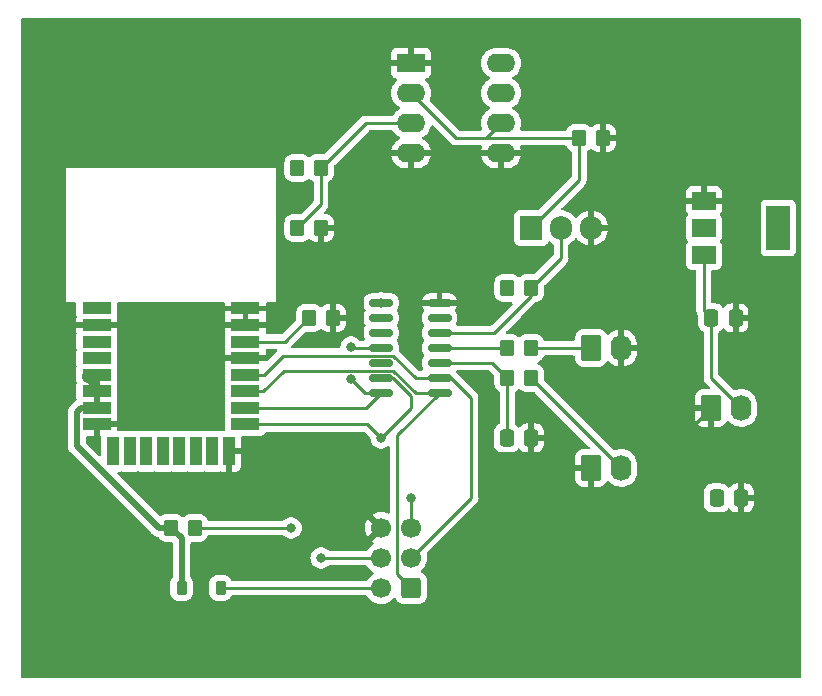
<source format=gtl>
G04 #@! TF.GenerationSoftware,KiCad,Pcbnew,7.0.10*
G04 #@! TF.CreationDate,2024-03-19T19:49:00-05:00*
G04 #@! TF.ProjectId,key,6b65792e-6b69-4636-9164-5f7063625858,rev?*
G04 #@! TF.SameCoordinates,Original*
G04 #@! TF.FileFunction,Copper,L1,Top*
G04 #@! TF.FilePolarity,Positive*
%FSLAX46Y46*%
G04 Gerber Fmt 4.6, Leading zero omitted, Abs format (unit mm)*
G04 Created by KiCad (PCBNEW 7.0.10) date 2024-03-19 19:49:00*
%MOMM*%
%LPD*%
G01*
G04 APERTURE LIST*
G04 Aperture macros list*
%AMRoundRect*
0 Rectangle with rounded corners*
0 $1 Rounding radius*
0 $2 $3 $4 $5 $6 $7 $8 $9 X,Y pos of 4 corners*
0 Add a 4 corners polygon primitive as box body*
4,1,4,$2,$3,$4,$5,$6,$7,$8,$9,$2,$3,0*
0 Add four circle primitives for the rounded corners*
1,1,$1+$1,$2,$3*
1,1,$1+$1,$4,$5*
1,1,$1+$1,$6,$7*
1,1,$1+$1,$8,$9*
0 Add four rect primitives between the rounded corners*
20,1,$1+$1,$2,$3,$4,$5,0*
20,1,$1+$1,$4,$5,$6,$7,0*
20,1,$1+$1,$6,$7,$8,$9,0*
20,1,$1+$1,$8,$9,$2,$3,0*%
G04 Aperture macros list end*
G04 #@! TA.AperFunction,ComponentPad*
%ADD10RoundRect,0.250000X-0.620000X-0.845000X0.620000X-0.845000X0.620000X0.845000X-0.620000X0.845000X0*%
G04 #@! TD*
G04 #@! TA.AperFunction,ComponentPad*
%ADD11O,1.740000X2.190000*%
G04 #@! TD*
G04 #@! TA.AperFunction,SMDPad,CuDef*
%ADD12RoundRect,0.250000X-0.337500X-0.475000X0.337500X-0.475000X0.337500X0.475000X-0.337500X0.475000X0*%
G04 #@! TD*
G04 #@! TA.AperFunction,SMDPad,CuDef*
%ADD13RoundRect,0.250000X0.350000X0.450000X-0.350000X0.450000X-0.350000X-0.450000X0.350000X-0.450000X0*%
G04 #@! TD*
G04 #@! TA.AperFunction,SMDPad,CuDef*
%ADD14R,2.000000X1.500000*%
G04 #@! TD*
G04 #@! TA.AperFunction,SMDPad,CuDef*
%ADD15R,2.000000X3.800000*%
G04 #@! TD*
G04 #@! TA.AperFunction,ComponentPad*
%ADD16R,1.905000X2.000000*%
G04 #@! TD*
G04 #@! TA.AperFunction,ComponentPad*
%ADD17O,1.905000X2.000000*%
G04 #@! TD*
G04 #@! TA.AperFunction,ComponentPad*
%ADD18RoundRect,0.250000X0.600000X0.600000X-0.600000X0.600000X-0.600000X-0.600000X0.600000X-0.600000X0*%
G04 #@! TD*
G04 #@! TA.AperFunction,ComponentPad*
%ADD19C,1.700000*%
G04 #@! TD*
G04 #@! TA.AperFunction,SMDPad,CuDef*
%ADD20RoundRect,0.250000X-0.350000X-0.450000X0.350000X-0.450000X0.350000X0.450000X-0.350000X0.450000X0*%
G04 #@! TD*
G04 #@! TA.AperFunction,ComponentPad*
%ADD21R,2.400000X1.600000*%
G04 #@! TD*
G04 #@! TA.AperFunction,ComponentPad*
%ADD22O,2.400000X1.600000*%
G04 #@! TD*
G04 #@! TA.AperFunction,SMDPad,CuDef*
%ADD23R,2.450000X1.000000*%
G04 #@! TD*
G04 #@! TA.AperFunction,SMDPad,CuDef*
%ADD24R,1.000000X2.450000*%
G04 #@! TD*
G04 #@! TA.AperFunction,SMDPad,CuDef*
%ADD25RoundRect,0.150000X-0.825000X-0.150000X0.825000X-0.150000X0.825000X0.150000X-0.825000X0.150000X0*%
G04 #@! TD*
G04 #@! TA.AperFunction,SMDPad,CuDef*
%ADD26RoundRect,0.225000X-0.225000X-0.375000X0.225000X-0.375000X0.225000X0.375000X-0.225000X0.375000X0*%
G04 #@! TD*
G04 #@! TA.AperFunction,ViaPad*
%ADD27C,0.800000*%
G04 #@! TD*
G04 #@! TA.AperFunction,Conductor*
%ADD28C,0.254000*%
G04 #@! TD*
G04 #@! TA.AperFunction,Conductor*
%ADD29C,0.508000*%
G04 #@! TD*
G04 #@! TA.AperFunction,Conductor*
%ADD30C,0.100000*%
G04 #@! TD*
G04 APERTURE END LIST*
D10*
X144780000Y-78740000D03*
D11*
X147320000Y-78740000D03*
D10*
X144780000Y-68580000D03*
D11*
X147320000Y-68580000D03*
D12*
X155405000Y-81280000D03*
X157480000Y-81280000D03*
D13*
X139700000Y-71120000D03*
X137700000Y-71120000D03*
D14*
X154330000Y-56120000D03*
X154330000Y-58420000D03*
D15*
X160630000Y-58420000D03*
D14*
X154330000Y-60720000D03*
D16*
X139700000Y-58420000D03*
D17*
X142240000Y-58420000D03*
X144780000Y-58420000D03*
D18*
X129540000Y-88900000D03*
D19*
X127000000Y-88900000D03*
X129540000Y-86360000D03*
X127000000Y-86360000D03*
X129540000Y-83820000D03*
X127000000Y-83820000D03*
D10*
X154940000Y-73660000D03*
D11*
X157480000Y-73660000D03*
D13*
X122920000Y-66040000D03*
X120920000Y-66040000D03*
D20*
X109220000Y-83820000D03*
X111220000Y-83820000D03*
D21*
X129540000Y-44460000D03*
D22*
X129540000Y-47000000D03*
X129540000Y-49540000D03*
X129540000Y-52080000D03*
X137160000Y-52080000D03*
X137160000Y-49540000D03*
X137160000Y-47000000D03*
X137160000Y-44460000D03*
D23*
X102920000Y-65241200D03*
X102920000Y-66641200D03*
X102920000Y-68041200D03*
X102920000Y-69441200D03*
X102920000Y-70841200D03*
X102920000Y-72241200D03*
X102920000Y-73641200D03*
X102920000Y-75041200D03*
D24*
X104320000Y-77336200D03*
X105720000Y-77336200D03*
X107120000Y-77336200D03*
X108520000Y-77336200D03*
X109920000Y-77336200D03*
X111320000Y-77336200D03*
X112720000Y-77336200D03*
X114120000Y-77336200D03*
D23*
X115520000Y-75040000D03*
X115520000Y-73640000D03*
X115520000Y-72241200D03*
X115520000Y-70841200D03*
X115520000Y-69441200D03*
X115520000Y-68041200D03*
X115520000Y-66641200D03*
X115520000Y-65241200D03*
D20*
X137700000Y-68580000D03*
X139700000Y-68580000D03*
X143780000Y-50800000D03*
X145780000Y-50800000D03*
D25*
X127000000Y-64770000D03*
X127000000Y-66040000D03*
X127000000Y-67310000D03*
X127000000Y-68580000D03*
X127000000Y-69850000D03*
X127000000Y-71120000D03*
X127000000Y-72390000D03*
X131950000Y-72390000D03*
X131950000Y-71120000D03*
X131950000Y-69850000D03*
X131950000Y-68580000D03*
X131950000Y-67310000D03*
X131950000Y-66040000D03*
X131950000Y-64770000D03*
D20*
X137700000Y-63500000D03*
X139700000Y-63500000D03*
D12*
X154940000Y-66040000D03*
X157015000Y-66040000D03*
X137625000Y-76200000D03*
X139700000Y-76200000D03*
D26*
X110110000Y-88900000D03*
X113410000Y-88900000D03*
D20*
X119920000Y-53340000D03*
X121920000Y-53340000D03*
X119920000Y-58420000D03*
X121920000Y-58420000D03*
D27*
X152400000Y-76200000D03*
X152400000Y-76200000D03*
X154330000Y-58420000D03*
X160630000Y-58420000D03*
X119920000Y-53340000D03*
X127000000Y-64770000D03*
X155405000Y-81280000D03*
X102095000Y-71120000D03*
X137700000Y-63500000D03*
X155405000Y-81280000D03*
X102920000Y-68041200D03*
X119380000Y-83820000D03*
X129540000Y-81280000D03*
X124460000Y-68496000D03*
X127000000Y-76200000D03*
X121920000Y-86360000D03*
X124460000Y-71220000D03*
D28*
X154940000Y-66040000D02*
X154940000Y-71120000D01*
X154330000Y-60720000D02*
X154330000Y-65430000D01*
X154940000Y-71120000D02*
X157480000Y-73660000D01*
X154330000Y-65430000D02*
X154940000Y-66040000D01*
X154940000Y-73660000D02*
X152400000Y-76200000D01*
D29*
X102920000Y-72241200D02*
X102920000Y-71945000D01*
X102920000Y-71945000D02*
X102095000Y-71120000D01*
X110110000Y-84710000D02*
X109220000Y-83820000D01*
X101241000Y-76890200D02*
X101241000Y-74019000D01*
X109220000Y-83820000D02*
X108170800Y-83820000D01*
X108170800Y-83820000D02*
X101241000Y-76890200D01*
X102920000Y-70841200D02*
X102920000Y-72241200D01*
X101241000Y-74019000D02*
X101618800Y-73641200D01*
X102920000Y-70841200D02*
X101949000Y-70841200D01*
X110110000Y-88900000D02*
X110110000Y-84710000D01*
X101949000Y-70841200D02*
X101949000Y-71120000D01*
X101949000Y-71120000D02*
X102641200Y-71120000D01*
X102641200Y-71120000D02*
X102920000Y-70841200D01*
X102920000Y-73641200D02*
X102920000Y-72241200D01*
X101618800Y-73641200D02*
X102920000Y-73641200D01*
D28*
X137700000Y-76125000D02*
X137625000Y-76200000D01*
X137700000Y-71120000D02*
X136430000Y-69850000D01*
X137700000Y-71120000D02*
X137700000Y-76125000D01*
X136430000Y-69850000D02*
X131950000Y-69850000D01*
X127000000Y-68580000D02*
X124544000Y-68580000D01*
X101941000Y-68041200D02*
X102920000Y-68041200D01*
D30*
X103601200Y-68041200D02*
X102920000Y-68041200D01*
D28*
X119380000Y-83820000D02*
X111220000Y-83820000D01*
X129540000Y-83820000D02*
X129540000Y-81280000D01*
X124544000Y-68580000D02*
X124460000Y-68496000D01*
X129540000Y-72648317D02*
X128011684Y-71120000D01*
D30*
X127000000Y-71120000D02*
X127974999Y-71120000D01*
D28*
X125840000Y-75040000D02*
X127000000Y-76200000D01*
D30*
X128225000Y-74975000D02*
X128160000Y-75040000D01*
D28*
X127000000Y-76200000D02*
X129540000Y-73660000D01*
X128011684Y-71120000D02*
X127000000Y-71120000D01*
X115520000Y-75040000D02*
X125840000Y-75040000D01*
X129540000Y-73660000D02*
X129540000Y-72648317D01*
X127000000Y-72390000D02*
X125750000Y-73640000D01*
X127000000Y-86360000D02*
X121920000Y-86360000D01*
X125750000Y-73640000D02*
X115520000Y-73640000D01*
X125630000Y-72390000D02*
X127000000Y-72390000D01*
X124460000Y-71220000D02*
X125630000Y-72390000D01*
X128363000Y-87723000D02*
X128363000Y-75977000D01*
X129540000Y-88900000D02*
X128363000Y-87723000D01*
X118747200Y-70493000D02*
X116999000Y-72241200D01*
X131950000Y-72390000D02*
X129923736Y-72390000D01*
X129923736Y-72390000D02*
X128026736Y-70493000D01*
D30*
X116245000Y-72241200D02*
X115520000Y-72241200D01*
D28*
X128363000Y-75977000D02*
X131950000Y-72390000D01*
X116999000Y-72241200D02*
X115520000Y-72241200D01*
X128026736Y-70493000D02*
X118747200Y-70493000D01*
X127000000Y-88900000D02*
X113410000Y-88900000D01*
X120842400Y-66040000D02*
X120920000Y-66040000D01*
X115520000Y-68041200D02*
X118841200Y-68041200D01*
X118841200Y-68041200D02*
X120842400Y-66040000D01*
X134620000Y-50800000D02*
X133340000Y-50800000D01*
X143780000Y-50800000D02*
X134620000Y-50800000D01*
X133340000Y-50800000D02*
X129540000Y-47000000D01*
X135900000Y-50800000D02*
X134620000Y-50800000D01*
X143780000Y-54340000D02*
X139700000Y-58420000D01*
X137160000Y-49540000D02*
X135900000Y-50800000D01*
X143780000Y-50800000D02*
X143780000Y-54340000D01*
X139700000Y-71120000D02*
X147320000Y-78740000D01*
X144780000Y-68580000D02*
X139700000Y-68580000D01*
X121920000Y-53340000D02*
X121920000Y-56420000D01*
X121920000Y-56420000D02*
X119920000Y-58420000D01*
X125720000Y-49540000D02*
X121920000Y-53340000D01*
X129540000Y-49540000D02*
X125720000Y-49540000D01*
X139700000Y-63500000D02*
X139700000Y-64200000D01*
X142240000Y-58420000D02*
X142240000Y-60960000D01*
X136590000Y-67310000D02*
X131950000Y-67310000D01*
D30*
X132810000Y-67310000D02*
X131950000Y-67310000D01*
D28*
X142240000Y-60960000D02*
X139700000Y-63500000D01*
X139700000Y-64200000D02*
X136590000Y-67310000D01*
X137700000Y-68580000D02*
X131950000Y-68580000D01*
X117118800Y-70841200D02*
X115520000Y-70841200D01*
X118737000Y-69223000D02*
X117118800Y-70841200D01*
X131950000Y-71120000D02*
X132924999Y-71120000D01*
X132924999Y-71120000D02*
X134620000Y-72815001D01*
X134620000Y-81280000D02*
X129540000Y-86360000D01*
X128026736Y-69223000D02*
X118737000Y-69223000D01*
X129923736Y-71120000D02*
X128026736Y-69223000D01*
X134620000Y-72815001D02*
X134620000Y-81280000D01*
X131950000Y-71120000D02*
X129923736Y-71120000D01*
G04 #@! TA.AperFunction,Conductor*
G36*
X162502539Y-40660185D02*
G01*
X162548294Y-40712989D01*
X162559500Y-40764500D01*
X162559500Y-96395500D01*
X162539815Y-96462539D01*
X162487011Y-96508294D01*
X162435500Y-96519500D01*
X96644500Y-96519500D01*
X96577461Y-96499815D01*
X96531706Y-96447011D01*
X96520500Y-96395500D01*
X96520500Y-76868108D01*
X100481684Y-76868108D01*
X100486028Y-76917745D01*
X100486500Y-76928554D01*
X100486500Y-76934146D01*
X100490116Y-76965085D01*
X100490482Y-76968670D01*
X100497056Y-77043810D01*
X100498516Y-77050877D01*
X100498464Y-77050887D01*
X100500123Y-77058367D01*
X100500174Y-77058355D01*
X100501840Y-77065385D01*
X100527621Y-77136220D01*
X100528804Y-77139623D01*
X100552533Y-77211229D01*
X100555586Y-77217775D01*
X100555536Y-77217798D01*
X100558876Y-77224697D01*
X100558925Y-77224673D01*
X100562167Y-77231130D01*
X100603613Y-77294146D01*
X100605550Y-77297186D01*
X100645131Y-77361356D01*
X100649611Y-77367022D01*
X100649569Y-77367055D01*
X100654401Y-77372986D01*
X100654443Y-77372952D01*
X100659088Y-77378488D01*
X100713938Y-77430236D01*
X100716525Y-77432749D01*
X107592034Y-84308258D01*
X107603815Y-84321890D01*
X107618261Y-84341294D01*
X107656438Y-84373328D01*
X107664414Y-84380638D01*
X107668354Y-84384579D01*
X107692810Y-84403916D01*
X107695607Y-84406195D01*
X107753372Y-84454667D01*
X107759409Y-84458637D01*
X107759379Y-84458682D01*
X107765838Y-84462796D01*
X107765867Y-84462750D01*
X107772007Y-84466537D01*
X107772009Y-84466539D01*
X107840357Y-84498410D01*
X107843575Y-84499968D01*
X107908345Y-84532496D01*
X107910989Y-84533824D01*
X107910991Y-84533824D01*
X107917779Y-84536295D01*
X107917760Y-84536347D01*
X107924988Y-84538859D01*
X107925006Y-84538808D01*
X107931855Y-84541077D01*
X107931856Y-84541077D01*
X107931860Y-84541079D01*
X108005772Y-84556339D01*
X108009219Y-84557104D01*
X108082612Y-84574500D01*
X108082613Y-84574500D01*
X108082617Y-84574501D01*
X108089785Y-84575339D01*
X108089778Y-84575392D01*
X108097394Y-84576170D01*
X108097399Y-84576117D01*
X108111789Y-84577376D01*
X108111680Y-84578611D01*
X108172154Y-84594469D01*
X108213721Y-84635597D01*
X108277288Y-84738656D01*
X108401344Y-84862712D01*
X108550666Y-84954814D01*
X108717203Y-85009999D01*
X108819991Y-85020500D01*
X109231500Y-85020499D01*
X109298539Y-85040183D01*
X109344294Y-85092987D01*
X109355500Y-85144499D01*
X109355500Y-87977126D01*
X109335815Y-88044165D01*
X109319181Y-88064807D01*
X109312032Y-88071955D01*
X109312029Y-88071959D01*
X109223001Y-88216294D01*
X109222996Y-88216305D01*
X109169651Y-88377290D01*
X109159500Y-88476647D01*
X109159500Y-89323337D01*
X109159501Y-89323355D01*
X109169650Y-89422707D01*
X109169651Y-89422710D01*
X109222996Y-89583694D01*
X109223001Y-89583705D01*
X109312029Y-89728040D01*
X109312032Y-89728044D01*
X109431955Y-89847967D01*
X109431959Y-89847970D01*
X109576294Y-89936998D01*
X109576297Y-89936999D01*
X109576303Y-89937003D01*
X109737292Y-89990349D01*
X109836655Y-90000500D01*
X110383344Y-90000499D01*
X110383352Y-90000498D01*
X110383355Y-90000498D01*
X110437760Y-89994940D01*
X110482708Y-89990349D01*
X110643697Y-89937003D01*
X110788044Y-89847968D01*
X110907968Y-89728044D01*
X110997003Y-89583697D01*
X111050349Y-89422708D01*
X111060500Y-89323345D01*
X111060499Y-88476656D01*
X111050349Y-88377292D01*
X110997003Y-88216303D01*
X110996999Y-88216297D01*
X110996998Y-88216294D01*
X110907970Y-88071959D01*
X110907967Y-88071955D01*
X110900819Y-88064807D01*
X110867334Y-88003484D01*
X110864500Y-87977126D01*
X110864500Y-85144499D01*
X110884185Y-85077460D01*
X110936989Y-85031705D01*
X110988500Y-85020499D01*
X111620002Y-85020499D01*
X111620008Y-85020499D01*
X111722797Y-85009999D01*
X111889334Y-84954814D01*
X112038656Y-84862712D01*
X112162712Y-84738656D01*
X112254814Y-84589334D01*
X112273648Y-84532495D01*
X112313421Y-84475051D01*
X112377937Y-84448228D01*
X112391354Y-84447500D01*
X118678053Y-84447500D01*
X118745092Y-84467185D01*
X118770199Y-84488523D01*
X118774129Y-84492888D01*
X118774132Y-84492891D01*
X118774135Y-84492893D01*
X118927265Y-84604148D01*
X118927270Y-84604151D01*
X119100192Y-84681142D01*
X119100197Y-84681144D01*
X119285354Y-84720500D01*
X119285355Y-84720500D01*
X119474644Y-84720500D01*
X119474646Y-84720500D01*
X119659803Y-84681144D01*
X119832730Y-84604151D01*
X119985871Y-84492888D01*
X120112533Y-84352216D01*
X120207179Y-84188284D01*
X120265674Y-84008256D01*
X120285460Y-83820000D01*
X120265674Y-83631744D01*
X120207179Y-83451716D01*
X120112533Y-83287784D01*
X119985871Y-83147112D01*
X119985870Y-83147111D01*
X119832734Y-83035851D01*
X119832729Y-83035848D01*
X119659807Y-82958857D01*
X119659802Y-82958855D01*
X119514001Y-82927865D01*
X119474646Y-82919500D01*
X119285354Y-82919500D01*
X119252897Y-82926398D01*
X119100197Y-82958855D01*
X119100192Y-82958857D01*
X118927270Y-83035848D01*
X118927265Y-83035851D01*
X118774138Y-83147104D01*
X118774132Y-83147108D01*
X118772175Y-83149281D01*
X118770200Y-83151474D01*
X118710714Y-83188121D01*
X118678053Y-83192500D01*
X112391354Y-83192500D01*
X112324315Y-83172815D01*
X112278560Y-83120011D01*
X112273648Y-83107504D01*
X112257451Y-83058625D01*
X112254814Y-83050666D01*
X112162712Y-82901344D01*
X112038656Y-82777288D01*
X111889334Y-82685186D01*
X111722797Y-82630001D01*
X111722795Y-82630000D01*
X111620010Y-82619500D01*
X110819998Y-82619500D01*
X110819980Y-82619501D01*
X110717203Y-82630000D01*
X110717200Y-82630001D01*
X110550668Y-82685185D01*
X110550663Y-82685187D01*
X110401342Y-82777289D01*
X110307681Y-82870951D01*
X110246358Y-82904436D01*
X110176666Y-82899452D01*
X110132319Y-82870951D01*
X110038657Y-82777289D01*
X110038656Y-82777288D01*
X109889334Y-82685186D01*
X109722797Y-82630001D01*
X109722795Y-82630000D01*
X109620010Y-82619500D01*
X108819998Y-82619500D01*
X108819980Y-82619501D01*
X108717203Y-82630000D01*
X108717200Y-82630001D01*
X108550668Y-82685185D01*
X108550663Y-82685187D01*
X108401342Y-82777289D01*
X108385909Y-82792723D01*
X108324586Y-82826208D01*
X108254894Y-82821224D01*
X108210547Y-82792723D01*
X104691204Y-79273380D01*
X104657719Y-79212057D01*
X104662703Y-79142365D01*
X104704575Y-79086432D01*
X104770039Y-79062015D01*
X104778885Y-79061699D01*
X104867871Y-79061699D01*
X104867872Y-79061699D01*
X104927483Y-79055291D01*
X104976665Y-79036946D01*
X105046355Y-79031961D01*
X105063333Y-79036947D01*
X105112508Y-79055288D01*
X105112511Y-79055288D01*
X105112517Y-79055291D01*
X105172127Y-79061700D01*
X106267872Y-79061699D01*
X106327483Y-79055291D01*
X106376665Y-79036946D01*
X106446355Y-79031961D01*
X106463333Y-79036947D01*
X106512508Y-79055288D01*
X106512511Y-79055288D01*
X106512517Y-79055291D01*
X106572127Y-79061700D01*
X107667872Y-79061699D01*
X107727483Y-79055291D01*
X107776665Y-79036946D01*
X107846355Y-79031961D01*
X107863333Y-79036947D01*
X107912508Y-79055288D01*
X107912511Y-79055288D01*
X107912517Y-79055291D01*
X107972127Y-79061700D01*
X109067872Y-79061699D01*
X109127483Y-79055291D01*
X109176665Y-79036946D01*
X109246355Y-79031961D01*
X109263333Y-79036947D01*
X109312508Y-79055288D01*
X109312511Y-79055288D01*
X109312517Y-79055291D01*
X109372127Y-79061700D01*
X110467872Y-79061699D01*
X110527483Y-79055291D01*
X110576665Y-79036946D01*
X110646355Y-79031961D01*
X110663333Y-79036947D01*
X110712508Y-79055288D01*
X110712511Y-79055288D01*
X110712517Y-79055291D01*
X110772127Y-79061700D01*
X111867872Y-79061699D01*
X111927483Y-79055291D01*
X111976665Y-79036946D01*
X112046355Y-79031961D01*
X112063333Y-79036947D01*
X112112508Y-79055288D01*
X112112511Y-79055288D01*
X112112517Y-79055291D01*
X112172127Y-79061700D01*
X113267872Y-79061699D01*
X113327483Y-79055291D01*
X113377382Y-79036679D01*
X113447069Y-79031694D01*
X113464048Y-79036679D01*
X113512628Y-79054798D01*
X113512627Y-79054798D01*
X113572155Y-79061199D01*
X113572172Y-79061200D01*
X113870000Y-79061200D01*
X113870000Y-77586200D01*
X114370000Y-77586200D01*
X114370000Y-79061200D01*
X114667828Y-79061200D01*
X114667844Y-79061199D01*
X114727372Y-79054798D01*
X114727379Y-79054796D01*
X114862086Y-79004554D01*
X114862093Y-79004550D01*
X114977187Y-78918390D01*
X114977190Y-78918387D01*
X115063350Y-78803293D01*
X115063354Y-78803286D01*
X115113596Y-78668579D01*
X115113598Y-78668572D01*
X115119999Y-78609044D01*
X115120000Y-78609027D01*
X115120000Y-77586200D01*
X114370000Y-77586200D01*
X113870000Y-77586200D01*
X113870000Y-77210200D01*
X113889685Y-77143161D01*
X113942489Y-77097406D01*
X113994000Y-77086200D01*
X115120000Y-77086200D01*
X115120000Y-76164499D01*
X115139685Y-76097460D01*
X115192489Y-76051705D01*
X115243997Y-76040499D01*
X116792872Y-76040499D01*
X116852483Y-76034091D01*
X116987331Y-75983796D01*
X117102546Y-75897546D01*
X117188796Y-75782331D01*
X117201539Y-75748166D01*
X117243411Y-75692233D01*
X117308875Y-75667816D01*
X117317721Y-75667500D01*
X125528719Y-75667500D01*
X125595758Y-75687185D01*
X125616400Y-75703819D01*
X126061371Y-76148790D01*
X126094856Y-76210113D01*
X126097010Y-76223505D01*
X126114326Y-76388256D01*
X126114327Y-76388259D01*
X126172818Y-76568277D01*
X126172821Y-76568284D01*
X126267467Y-76732216D01*
X126353439Y-76827697D01*
X126394129Y-76872888D01*
X126547265Y-76984148D01*
X126547270Y-76984151D01*
X126720192Y-77061142D01*
X126720197Y-77061144D01*
X126905354Y-77100500D01*
X126905355Y-77100500D01*
X127094644Y-77100500D01*
X127094646Y-77100500D01*
X127279803Y-77061144D01*
X127452730Y-76984151D01*
X127538616Y-76921751D01*
X127604421Y-76898272D01*
X127672475Y-76914097D01*
X127721169Y-76964203D01*
X127735500Y-77022070D01*
X127735500Y-82478768D01*
X127715815Y-82545807D01*
X127663011Y-82591562D01*
X127593853Y-82601506D01*
X127559095Y-82591150D01*
X127463492Y-82546570D01*
X127463483Y-82546566D01*
X127235326Y-82485432D01*
X127235315Y-82485430D01*
X127000002Y-82464843D01*
X126999998Y-82464843D01*
X126764684Y-82485430D01*
X126764673Y-82485432D01*
X126536516Y-82546566D01*
X126536507Y-82546570D01*
X126322419Y-82646401D01*
X126238625Y-82705072D01*
X126867466Y-83333913D01*
X126857685Y-83335320D01*
X126726900Y-83395048D01*
X126618239Y-83489202D01*
X126540507Y-83610156D01*
X126516923Y-83690476D01*
X125885072Y-83058625D01*
X125826401Y-83142419D01*
X125726570Y-83356507D01*
X125726566Y-83356516D01*
X125665432Y-83584673D01*
X125665430Y-83584684D01*
X125644843Y-83819998D01*
X125644843Y-83820001D01*
X125665430Y-84055315D01*
X125665432Y-84055326D01*
X125726566Y-84283483D01*
X125726570Y-84283492D01*
X125826400Y-84497579D01*
X125826402Y-84497583D01*
X125885072Y-84581373D01*
X125885073Y-84581373D01*
X126516923Y-83949523D01*
X126540507Y-84029844D01*
X126618239Y-84150798D01*
X126726900Y-84244952D01*
X126857685Y-84304680D01*
X126867464Y-84306086D01*
X126238625Y-84934925D01*
X126314594Y-84988119D01*
X126358219Y-85042696D01*
X126365413Y-85112194D01*
X126333890Y-85174549D01*
X126314595Y-85191269D01*
X126128594Y-85321508D01*
X125961505Y-85488597D01*
X125827749Y-85679623D01*
X125773172Y-85723248D01*
X125726174Y-85732500D01*
X122621947Y-85732500D01*
X122554908Y-85712815D01*
X122529800Y-85691476D01*
X122525871Y-85687112D01*
X122525869Y-85687111D01*
X122525867Y-85687108D01*
X122525864Y-85687106D01*
X122372734Y-85575851D01*
X122372729Y-85575848D01*
X122199807Y-85498857D01*
X122199802Y-85498855D01*
X122054001Y-85467865D01*
X122014646Y-85459500D01*
X121825354Y-85459500D01*
X121792897Y-85466398D01*
X121640197Y-85498855D01*
X121640192Y-85498857D01*
X121467270Y-85575848D01*
X121467265Y-85575851D01*
X121314129Y-85687111D01*
X121187466Y-85827785D01*
X121092821Y-85991715D01*
X121092818Y-85991722D01*
X121049645Y-86124596D01*
X121034326Y-86171744D01*
X121014540Y-86360000D01*
X121034326Y-86548256D01*
X121034327Y-86548259D01*
X121092818Y-86728277D01*
X121092821Y-86728284D01*
X121187467Y-86892216D01*
X121277204Y-86991879D01*
X121314129Y-87032888D01*
X121467265Y-87144148D01*
X121467270Y-87144151D01*
X121640192Y-87221142D01*
X121640197Y-87221144D01*
X121825354Y-87260500D01*
X121825355Y-87260500D01*
X122014644Y-87260500D01*
X122014646Y-87260500D01*
X122199803Y-87221144D01*
X122372730Y-87144151D01*
X122525871Y-87032888D01*
X122529799Y-87028525D01*
X122589286Y-86991879D01*
X122621947Y-86987500D01*
X125726173Y-86987500D01*
X125793212Y-87007185D01*
X125827748Y-87040376D01*
X125961505Y-87231401D01*
X126128597Y-87398493D01*
X126128603Y-87398498D01*
X126314158Y-87528425D01*
X126357783Y-87583002D01*
X126364977Y-87652500D01*
X126333454Y-87714855D01*
X126314158Y-87731575D01*
X126128597Y-87861505D01*
X125961505Y-88028597D01*
X125827749Y-88219623D01*
X125773172Y-88263248D01*
X125726174Y-88272500D01*
X114400873Y-88272500D01*
X114333834Y-88252815D01*
X114295335Y-88213598D01*
X114207968Y-88071956D01*
X114088044Y-87952032D01*
X114088040Y-87952029D01*
X113943705Y-87863001D01*
X113943699Y-87862998D01*
X113943697Y-87862997D01*
X113848168Y-87831342D01*
X113782709Y-87809651D01*
X113683346Y-87799500D01*
X113136662Y-87799500D01*
X113136644Y-87799501D01*
X113037292Y-87809650D01*
X113037289Y-87809651D01*
X112876305Y-87862996D01*
X112876294Y-87863001D01*
X112731959Y-87952029D01*
X112731955Y-87952032D01*
X112612032Y-88071955D01*
X112612029Y-88071959D01*
X112523001Y-88216294D01*
X112522996Y-88216305D01*
X112469651Y-88377290D01*
X112459500Y-88476647D01*
X112459500Y-89323337D01*
X112459501Y-89323355D01*
X112469650Y-89422707D01*
X112469651Y-89422710D01*
X112522996Y-89583694D01*
X112523001Y-89583705D01*
X112612029Y-89728040D01*
X112612032Y-89728044D01*
X112731955Y-89847967D01*
X112731959Y-89847970D01*
X112876294Y-89936998D01*
X112876297Y-89936999D01*
X112876303Y-89937003D01*
X113037292Y-89990349D01*
X113136655Y-90000500D01*
X113683344Y-90000499D01*
X113683352Y-90000498D01*
X113683355Y-90000498D01*
X113737760Y-89994940D01*
X113782708Y-89990349D01*
X113943697Y-89937003D01*
X114088044Y-89847968D01*
X114207968Y-89728044D01*
X114295335Y-89586402D01*
X114347283Y-89539678D01*
X114400873Y-89527500D01*
X125726173Y-89527500D01*
X125793212Y-89547185D01*
X125827747Y-89580375D01*
X125961505Y-89771401D01*
X126128599Y-89938495D01*
X126171675Y-89968657D01*
X126322165Y-90074032D01*
X126322167Y-90074033D01*
X126322170Y-90074035D01*
X126536337Y-90173903D01*
X126764592Y-90235063D01*
X126941034Y-90250500D01*
X126999999Y-90255659D01*
X127000000Y-90255659D01*
X127000001Y-90255659D01*
X127058966Y-90250500D01*
X127235408Y-90235063D01*
X127463663Y-90173903D01*
X127677830Y-90074035D01*
X127871401Y-89938495D01*
X128038495Y-89771401D01*
X128038504Y-89771388D01*
X128039636Y-89770040D01*
X128040293Y-89769602D01*
X128042323Y-89767573D01*
X128042730Y-89767980D01*
X128097805Y-89731334D01*
X128167666Y-89730220D01*
X128227038Y-89767053D01*
X128252335Y-89810733D01*
X128255186Y-89819334D01*
X128347288Y-89968656D01*
X128471344Y-90092712D01*
X128620666Y-90184814D01*
X128787203Y-90239999D01*
X128889991Y-90250500D01*
X130190008Y-90250499D01*
X130292797Y-90239999D01*
X130459334Y-90184814D01*
X130608656Y-90092712D01*
X130732712Y-89968656D01*
X130824814Y-89819334D01*
X130879999Y-89652797D01*
X130890500Y-89550009D01*
X130890499Y-88249992D01*
X130879999Y-88147203D01*
X130824814Y-87980666D01*
X130732712Y-87831344D01*
X130608656Y-87707288D01*
X130515888Y-87650069D01*
X130459336Y-87615187D01*
X130459331Y-87615185D01*
X130459215Y-87615146D01*
X130450733Y-87612336D01*
X130393290Y-87572564D01*
X130366467Y-87508048D01*
X130378782Y-87439272D01*
X130407767Y-87402517D01*
X130407573Y-87402323D01*
X130409219Y-87400676D01*
X130410040Y-87399636D01*
X130411388Y-87398504D01*
X130411401Y-87398495D01*
X130578495Y-87231401D01*
X130714035Y-87037830D01*
X130813903Y-86823663D01*
X130875063Y-86595408D01*
X130895659Y-86360000D01*
X130875063Y-86124592D01*
X130848741Y-86026356D01*
X130850404Y-85956506D01*
X130880833Y-85906584D01*
X134982416Y-81805001D01*
X154317000Y-81805001D01*
X154317001Y-81805019D01*
X154327500Y-81907796D01*
X154327501Y-81907799D01*
X154350255Y-81976465D01*
X154382686Y-82074334D01*
X154474788Y-82223656D01*
X154598844Y-82347712D01*
X154748166Y-82439814D01*
X154914703Y-82494999D01*
X155017491Y-82505500D01*
X155792508Y-82505499D01*
X155792516Y-82505498D01*
X155792519Y-82505498D01*
X155848802Y-82499748D01*
X155895297Y-82494999D01*
X156061834Y-82439814D01*
X156211156Y-82347712D01*
X156335212Y-82223656D01*
X156337252Y-82220347D01*
X156339245Y-82218555D01*
X156339693Y-82217989D01*
X156339789Y-82218065D01*
X156389194Y-82173623D01*
X156458156Y-82162395D01*
X156522240Y-82190234D01*
X156548329Y-82220339D01*
X156550181Y-82223341D01*
X156550183Y-82223344D01*
X156674154Y-82347315D01*
X156823375Y-82439356D01*
X156823380Y-82439358D01*
X156989802Y-82494505D01*
X156989809Y-82494506D01*
X157092519Y-82504999D01*
X157229999Y-82504999D01*
X157230000Y-82504998D01*
X157230000Y-81530000D01*
X157730000Y-81530000D01*
X157730000Y-82504999D01*
X157867472Y-82504999D01*
X157867486Y-82504998D01*
X157970197Y-82494505D01*
X158136619Y-82439358D01*
X158136624Y-82439356D01*
X158285845Y-82347315D01*
X158409815Y-82223345D01*
X158501856Y-82074124D01*
X158501858Y-82074119D01*
X158557005Y-81907697D01*
X158557006Y-81907690D01*
X158567499Y-81804986D01*
X158567500Y-81804973D01*
X158567500Y-81530000D01*
X157730000Y-81530000D01*
X157230000Y-81530000D01*
X157230000Y-80055000D01*
X157730000Y-80055000D01*
X157730000Y-81030000D01*
X158567499Y-81030000D01*
X158567499Y-80755028D01*
X158567498Y-80755013D01*
X158557005Y-80652302D01*
X158501858Y-80485880D01*
X158501856Y-80485875D01*
X158409815Y-80336654D01*
X158285845Y-80212684D01*
X158136624Y-80120643D01*
X158136619Y-80120641D01*
X157970197Y-80065494D01*
X157970190Y-80065493D01*
X157867486Y-80055000D01*
X157730000Y-80055000D01*
X157230000Y-80055000D01*
X157092527Y-80055000D01*
X157092512Y-80055001D01*
X156989802Y-80065494D01*
X156823380Y-80120641D01*
X156823375Y-80120643D01*
X156674154Y-80212684D01*
X156550183Y-80336655D01*
X156550179Y-80336660D01*
X156548326Y-80339665D01*
X156546518Y-80341290D01*
X156545702Y-80342323D01*
X156545525Y-80342183D01*
X156496374Y-80386385D01*
X156427411Y-80397601D01*
X156363331Y-80369752D01*
X156337253Y-80339653D01*
X156336983Y-80339215D01*
X156335212Y-80336344D01*
X156211156Y-80212288D01*
X156061834Y-80120186D01*
X155895297Y-80065001D01*
X155895295Y-80065000D01*
X155792510Y-80054500D01*
X155017498Y-80054500D01*
X155017480Y-80054501D01*
X154914703Y-80065000D01*
X154914700Y-80065001D01*
X154748168Y-80120185D01*
X154748163Y-80120187D01*
X154598842Y-80212289D01*
X154474789Y-80336342D01*
X154382687Y-80485663D01*
X154382685Y-80485668D01*
X154379311Y-80495851D01*
X154327501Y-80652203D01*
X154327501Y-80652204D01*
X154327500Y-80652204D01*
X154317000Y-80754983D01*
X154317000Y-81805001D01*
X134982416Y-81805001D01*
X135005043Y-81782374D01*
X135017325Y-81772537D01*
X135017144Y-81772318D01*
X135023157Y-81767342D01*
X135023162Y-81767340D01*
X135069384Y-81718116D01*
X135072033Y-81715384D01*
X135091623Y-81695796D01*
X135094096Y-81692606D01*
X135101682Y-81683722D01*
X135131693Y-81651767D01*
X135141389Y-81634128D01*
X135152073Y-81617861D01*
X135164408Y-81601962D01*
X135181819Y-81561725D01*
X135186942Y-81551265D01*
X135208072Y-81512834D01*
X135213078Y-81493334D01*
X135219376Y-81474936D01*
X135227374Y-81456458D01*
X135234232Y-81413151D01*
X135236596Y-81401736D01*
X135247500Y-81359272D01*
X135247500Y-81339141D01*
X135249027Y-81319741D01*
X135252175Y-81299867D01*
X135248050Y-81256230D01*
X135247500Y-81244561D01*
X135247500Y-72897965D01*
X135249228Y-72882315D01*
X135248946Y-72882289D01*
X135249680Y-72874526D01*
X135247561Y-72807096D01*
X135247500Y-72803201D01*
X135247500Y-72775529D01*
X135247500Y-72775525D01*
X135246992Y-72771510D01*
X135246076Y-72759864D01*
X135244818Y-72719828D01*
X135244700Y-72716058D01*
X135239082Y-72696721D01*
X135235138Y-72677675D01*
X135232616Y-72657708D01*
X135216480Y-72616954D01*
X135212697Y-72605904D01*
X135202531Y-72570912D01*
X135200468Y-72563810D01*
X135196336Y-72556823D01*
X135190225Y-72546490D01*
X135181662Y-72529012D01*
X135174253Y-72510298D01*
X135172525Y-72507920D01*
X135148485Y-72474833D01*
X135142073Y-72465070D01*
X135119765Y-72427348D01*
X135119759Y-72427340D01*
X135105531Y-72413113D01*
X135092896Y-72398321D01*
X135081063Y-72382034D01*
X135081060Y-72382032D01*
X135081060Y-72382031D01*
X135081058Y-72382029D01*
X135047287Y-72354091D01*
X135038647Y-72346229D01*
X133427375Y-70734957D01*
X133417530Y-70722668D01*
X133417312Y-70722849D01*
X133412339Y-70716837D01*
X133385775Y-70691892D01*
X133350380Y-70631650D01*
X133353174Y-70561836D01*
X133393268Y-70504616D01*
X133457933Y-70478155D01*
X133470659Y-70477500D01*
X136118719Y-70477500D01*
X136185758Y-70497185D01*
X136206400Y-70513819D01*
X136563181Y-70870600D01*
X136596666Y-70931923D01*
X136599500Y-70958281D01*
X136599500Y-71620001D01*
X136599501Y-71620019D01*
X136610000Y-71722796D01*
X136610001Y-71722799D01*
X136620672Y-71755000D01*
X136665186Y-71889334D01*
X136736005Y-72004151D01*
X136757289Y-72038657D01*
X136881344Y-72162712D01*
X137013596Y-72244285D01*
X137060321Y-72296233D01*
X137072500Y-72349824D01*
X137072500Y-74916072D01*
X137052815Y-74983111D01*
X137000011Y-75028866D01*
X136987506Y-75033777D01*
X136968172Y-75040183D01*
X136968163Y-75040187D01*
X136818842Y-75132289D01*
X136694789Y-75256342D01*
X136602687Y-75405663D01*
X136602685Y-75405668D01*
X136602615Y-75405880D01*
X136547501Y-75572203D01*
X136547501Y-75572204D01*
X136547500Y-75572204D01*
X136537000Y-75674983D01*
X136537000Y-76725001D01*
X136537001Y-76725019D01*
X136547500Y-76827796D01*
X136547501Y-76827799D01*
X136602685Y-76994331D01*
X136602687Y-76994336D01*
X136633203Y-77043810D01*
X136694788Y-77143656D01*
X136818844Y-77267712D01*
X136968166Y-77359814D01*
X137134703Y-77414999D01*
X137237491Y-77425500D01*
X138012508Y-77425499D01*
X138012516Y-77425498D01*
X138012519Y-77425498D01*
X138068802Y-77419748D01*
X138115297Y-77414999D01*
X138281834Y-77359814D01*
X138431156Y-77267712D01*
X138555212Y-77143656D01*
X138557252Y-77140347D01*
X138559245Y-77138555D01*
X138559693Y-77137989D01*
X138559789Y-77138065D01*
X138609194Y-77093623D01*
X138678156Y-77082395D01*
X138742240Y-77110234D01*
X138768329Y-77140339D01*
X138770181Y-77143341D01*
X138770183Y-77143344D01*
X138894154Y-77267315D01*
X139043375Y-77359356D01*
X139043380Y-77359358D01*
X139209802Y-77414505D01*
X139209809Y-77414506D01*
X139312519Y-77424999D01*
X139449999Y-77424999D01*
X139450000Y-77424998D01*
X139450000Y-76450000D01*
X139950000Y-76450000D01*
X139950000Y-77424999D01*
X140087472Y-77424999D01*
X140087486Y-77424998D01*
X140190197Y-77414505D01*
X140356619Y-77359358D01*
X140356624Y-77359356D01*
X140505845Y-77267315D01*
X140629815Y-77143345D01*
X140721856Y-76994124D01*
X140721858Y-76994119D01*
X140777005Y-76827697D01*
X140777006Y-76827690D01*
X140787499Y-76724986D01*
X140787500Y-76724973D01*
X140787500Y-76450000D01*
X139950000Y-76450000D01*
X139450000Y-76450000D01*
X139450000Y-74975000D01*
X139950000Y-74975000D01*
X139950000Y-75950000D01*
X140787499Y-75950000D01*
X140787499Y-75675028D01*
X140787498Y-75675013D01*
X140777005Y-75572302D01*
X140721858Y-75405880D01*
X140721856Y-75405875D01*
X140629815Y-75256654D01*
X140505845Y-75132684D01*
X140356624Y-75040643D01*
X140356619Y-75040641D01*
X140190197Y-74985494D01*
X140190190Y-74985493D01*
X140087486Y-74975000D01*
X139950000Y-74975000D01*
X139450000Y-74975000D01*
X139312527Y-74975000D01*
X139312512Y-74975001D01*
X139209802Y-74985494D01*
X139043380Y-75040641D01*
X139043375Y-75040643D01*
X138894154Y-75132684D01*
X138770183Y-75256655D01*
X138770179Y-75256660D01*
X138768326Y-75259665D01*
X138766518Y-75261290D01*
X138765702Y-75262323D01*
X138765525Y-75262183D01*
X138716374Y-75306385D01*
X138647411Y-75317601D01*
X138583331Y-75289752D01*
X138557253Y-75259653D01*
X138556471Y-75258385D01*
X138555212Y-75256344D01*
X138431156Y-75132288D01*
X138431155Y-75132287D01*
X138386402Y-75104683D01*
X138339678Y-75052735D01*
X138327500Y-74999145D01*
X138327500Y-72349824D01*
X138347185Y-72282785D01*
X138386404Y-72244285D01*
X138421425Y-72222684D01*
X138518656Y-72162712D01*
X138612319Y-72069049D01*
X138673642Y-72035564D01*
X138743334Y-72040548D01*
X138787681Y-72069049D01*
X138881344Y-72162712D01*
X139030666Y-72254814D01*
X139197203Y-72309999D01*
X139299991Y-72320500D01*
X139961718Y-72320499D01*
X140028757Y-72340183D01*
X140049399Y-72356818D01*
X144625900Y-76933319D01*
X144659385Y-76994642D01*
X144654401Y-77064334D01*
X144612529Y-77120267D01*
X144547065Y-77144684D01*
X144538219Y-77145000D01*
X144110028Y-77145000D01*
X144110012Y-77145001D01*
X144007302Y-77155494D01*
X143840880Y-77210641D01*
X143840875Y-77210643D01*
X143691654Y-77302684D01*
X143567684Y-77426654D01*
X143475643Y-77575875D01*
X143475641Y-77575880D01*
X143420494Y-77742302D01*
X143420493Y-77742309D01*
X143410000Y-77845013D01*
X143410000Y-78490000D01*
X144239530Y-78490000D01*
X144200315Y-78584674D01*
X144179866Y-78740000D01*
X144200315Y-78895326D01*
X144239530Y-78990000D01*
X143410001Y-78990000D01*
X143410001Y-79634986D01*
X143420494Y-79737697D01*
X143475641Y-79904119D01*
X143475643Y-79904124D01*
X143567684Y-80053345D01*
X143691654Y-80177315D01*
X143840875Y-80269356D01*
X143840880Y-80269358D01*
X144007302Y-80324505D01*
X144007309Y-80324506D01*
X144110019Y-80334999D01*
X144529999Y-80334999D01*
X144530000Y-80334998D01*
X144530000Y-79280469D01*
X144624674Y-79319685D01*
X144741003Y-79335000D01*
X144818997Y-79335000D01*
X144935326Y-79319685D01*
X145030000Y-79280469D01*
X145030000Y-80334999D01*
X145449972Y-80334999D01*
X145449986Y-80334998D01*
X145552697Y-80324505D01*
X145719119Y-80269358D01*
X145719124Y-80269356D01*
X145868345Y-80177315D01*
X145992315Y-80053345D01*
X146084359Y-79904118D01*
X146085496Y-79901681D01*
X146086722Y-79900287D01*
X146088149Y-79897975D01*
X146088544Y-79898218D01*
X146131664Y-79849237D01*
X146198855Y-79830080D01*
X146265738Y-79850290D01*
X146287404Y-79868275D01*
X146411272Y-79997516D01*
X146411273Y-79997517D01*
X146598834Y-80136237D01*
X146598836Y-80136238D01*
X146598839Y-80136240D01*
X146807153Y-80241270D01*
X147030220Y-80309583D01*
X147261624Y-80339216D01*
X147494707Y-80329314D01*
X147722765Y-80280164D01*
X147939235Y-80193179D01*
X148137891Y-80070862D01*
X148313018Y-79916731D01*
X148459578Y-79735220D01*
X148573354Y-79531552D01*
X148651073Y-79311584D01*
X148690500Y-79081647D01*
X148690500Y-78456784D01*
X148690499Y-78456765D01*
X148675671Y-78282553D01*
X148675670Y-78282551D01*
X148675670Y-78282547D01*
X148616885Y-78056781D01*
X148520792Y-77844198D01*
X148390153Y-77650912D01*
X148228728Y-77482484D01*
X148228727Y-77482483D01*
X148228726Y-77482482D01*
X148041165Y-77343762D01*
X148034122Y-77340211D01*
X147832847Y-77238730D01*
X147609780Y-77170417D01*
X147609778Y-77170416D01*
X147609776Y-77170416D01*
X147378370Y-77140783D01*
X147145299Y-77150685D01*
X147145290Y-77150686D01*
X146917239Y-77199835D01*
X146917238Y-77199835D01*
X146917235Y-77199836D01*
X146814907Y-77240954D01*
X146745365Y-77247684D01*
X146683221Y-77215748D01*
X146680995Y-77213576D01*
X140836818Y-71369399D01*
X140803333Y-71308076D01*
X140800499Y-71281718D01*
X140800499Y-70619998D01*
X140800498Y-70619981D01*
X140789999Y-70517203D01*
X140789998Y-70517200D01*
X140764206Y-70439365D01*
X140734814Y-70350666D01*
X140642712Y-70201344D01*
X140518656Y-70077288D01*
X140375636Y-69989073D01*
X140369336Y-69985187D01*
X140369331Y-69985185D01*
X140364711Y-69983654D01*
X140316579Y-69967704D01*
X140259136Y-69927934D01*
X140232313Y-69863418D01*
X140244628Y-69794642D01*
X140292171Y-69743442D01*
X140316575Y-69732296D01*
X140369334Y-69714814D01*
X140518656Y-69622712D01*
X140642712Y-69498656D01*
X140734814Y-69349334D01*
X140753648Y-69292495D01*
X140793421Y-69235051D01*
X140857937Y-69208228D01*
X140871354Y-69207500D01*
X143285501Y-69207500D01*
X143352540Y-69227185D01*
X143398295Y-69279989D01*
X143409501Y-69331500D01*
X143409501Y-69475018D01*
X143420000Y-69577796D01*
X143420001Y-69577799D01*
X143438726Y-69634306D01*
X143475186Y-69744334D01*
X143567288Y-69893656D01*
X143691344Y-70017712D01*
X143840666Y-70109814D01*
X144007203Y-70164999D01*
X144109991Y-70175500D01*
X145450008Y-70175499D01*
X145552797Y-70164999D01*
X145719334Y-70109814D01*
X145868656Y-70017712D01*
X145992712Y-69893656D01*
X146084814Y-69744334D01*
X146084817Y-69744322D01*
X146086095Y-69741584D01*
X146087480Y-69740010D01*
X146088605Y-69738187D01*
X146088916Y-69738379D01*
X146132263Y-69689141D01*
X146199455Y-69669983D01*
X146266338Y-69690193D01*
X146288005Y-69708179D01*
X146411603Y-69837139D01*
X146411604Y-69837140D01*
X146599097Y-69975810D01*
X146807338Y-70080803D01*
X147030330Y-70149093D01*
X147030328Y-70149093D01*
X147069999Y-70154173D01*
X147070000Y-70154173D01*
X147070000Y-69120469D01*
X147164674Y-69159685D01*
X147281003Y-69175000D01*
X147358997Y-69175000D01*
X147475326Y-69159685D01*
X147570000Y-69120469D01*
X147570000Y-70152574D01*
X147722618Y-70119683D01*
X147722619Y-70119683D01*
X147939005Y-70032732D01*
X148137592Y-69910458D01*
X148312656Y-69756382D01*
X148312660Y-69756378D01*
X148459157Y-69574945D01*
X148459161Y-69574939D01*
X148572895Y-69371346D01*
X148650585Y-69151461D01*
X148650587Y-69151453D01*
X148689999Y-68921612D01*
X148690000Y-68921603D01*
X148690000Y-68830000D01*
X147860470Y-68830000D01*
X147899685Y-68735326D01*
X147920134Y-68580000D01*
X147899685Y-68424674D01*
X147860470Y-68330000D01*
X148690000Y-68330000D01*
X148690000Y-68296805D01*
X148689999Y-68296787D01*
X148675177Y-68122636D01*
X148616412Y-67896948D01*
X148520356Y-67684447D01*
X148520351Y-67684439D01*
X148389764Y-67491228D01*
X148228396Y-67322860D01*
X148228395Y-67322859D01*
X148040902Y-67184189D01*
X147832661Y-67079196D01*
X147609675Y-67010907D01*
X147609669Y-67010906D01*
X147570000Y-67005825D01*
X147570000Y-68039530D01*
X147475326Y-68000315D01*
X147358997Y-67985000D01*
X147281003Y-67985000D01*
X147164674Y-68000315D01*
X147070000Y-68039530D01*
X147070000Y-67007424D01*
X147069999Y-67007424D01*
X146917380Y-67040316D01*
X146917379Y-67040316D01*
X146700994Y-67127267D01*
X146502407Y-67249541D01*
X146327343Y-67403617D01*
X146294899Y-67443798D01*
X146237468Y-67483590D01*
X146167640Y-67486015D01*
X146107586Y-67450304D01*
X146086036Y-67418290D01*
X146084816Y-67415674D01*
X146084814Y-67415666D01*
X145992712Y-67266344D01*
X145868656Y-67142288D01*
X145719334Y-67050186D01*
X145552797Y-66995001D01*
X145552795Y-66995000D01*
X145450010Y-66984500D01*
X144109998Y-66984500D01*
X144109981Y-66984501D01*
X144007203Y-66995000D01*
X144007200Y-66995001D01*
X143840668Y-67050185D01*
X143840663Y-67050187D01*
X143691342Y-67142289D01*
X143567289Y-67266342D01*
X143475187Y-67415663D01*
X143475185Y-67415668D01*
X143463708Y-67450304D01*
X143420001Y-67582203D01*
X143420001Y-67582204D01*
X143420000Y-67582204D01*
X143409500Y-67684983D01*
X143409500Y-67828500D01*
X143389815Y-67895539D01*
X143337011Y-67941294D01*
X143285500Y-67952500D01*
X140871354Y-67952500D01*
X140804315Y-67932815D01*
X140758560Y-67880011D01*
X140753648Y-67867504D01*
X140734814Y-67810666D01*
X140642712Y-67661344D01*
X140518656Y-67537288D01*
X140369334Y-67445186D01*
X140202797Y-67390001D01*
X140202795Y-67390000D01*
X140100010Y-67379500D01*
X139299998Y-67379500D01*
X139299980Y-67379501D01*
X139197203Y-67390000D01*
X139197200Y-67390001D01*
X139030668Y-67445185D01*
X139030663Y-67445187D01*
X138881342Y-67537289D01*
X138787681Y-67630951D01*
X138726358Y-67664436D01*
X138656666Y-67659452D01*
X138612319Y-67630951D01*
X138518657Y-67537289D01*
X138518656Y-67537288D01*
X138369334Y-67445186D01*
X138202797Y-67390001D01*
X138202795Y-67390000D01*
X138100016Y-67379500D01*
X138100009Y-67379500D01*
X137707280Y-67379500D01*
X137640241Y-67359815D01*
X137594486Y-67307011D01*
X137584542Y-67237853D01*
X137613567Y-67174297D01*
X137619599Y-67167819D01*
X138819859Y-65967559D01*
X140054237Y-64733180D01*
X140115558Y-64699697D01*
X140129310Y-64697505D01*
X140202797Y-64689999D01*
X140369334Y-64634814D01*
X140518656Y-64542712D01*
X140642712Y-64418656D01*
X140734814Y-64269334D01*
X140789999Y-64102797D01*
X140800500Y-64000009D01*
X140800499Y-63338279D01*
X140820183Y-63271241D01*
X140836813Y-63250604D01*
X142569547Y-61517870D01*
X152829500Y-61517870D01*
X152829501Y-61517876D01*
X152835908Y-61577483D01*
X152886202Y-61712328D01*
X152886206Y-61712335D01*
X152972452Y-61827544D01*
X152972455Y-61827547D01*
X153087664Y-61913793D01*
X153087671Y-61913797D01*
X153132618Y-61930561D01*
X153222517Y-61964091D01*
X153282127Y-61970500D01*
X153578501Y-61970499D01*
X153645539Y-61990183D01*
X153691294Y-62042987D01*
X153702500Y-62094499D01*
X153702500Y-65347032D01*
X153700772Y-65362681D01*
X153701054Y-65362708D01*
X153700319Y-65370475D01*
X153702439Y-65437917D01*
X153702500Y-65441811D01*
X153702500Y-65469476D01*
X153703006Y-65473485D01*
X153703921Y-65485116D01*
X153705298Y-65528942D01*
X153710916Y-65548275D01*
X153714862Y-65567329D01*
X153717383Y-65587287D01*
X153717386Y-65587299D01*
X153733519Y-65628048D01*
X153737302Y-65639098D01*
X153749530Y-65681187D01*
X153749530Y-65681188D01*
X153759777Y-65698515D01*
X153768335Y-65715985D01*
X153775745Y-65734701D01*
X153801511Y-65770164D01*
X153807925Y-65779929D01*
X153834208Y-65824371D01*
X153831411Y-65826024D01*
X153851510Y-65877155D01*
X153852000Y-65888167D01*
X153852000Y-66565001D01*
X153852001Y-66565019D01*
X153862500Y-66667796D01*
X153862501Y-66667799D01*
X153909332Y-66809124D01*
X153917686Y-66834334D01*
X154009788Y-66983656D01*
X154133844Y-67107712D01*
X154242634Y-67174814D01*
X154253596Y-67181575D01*
X154300321Y-67233523D01*
X154312500Y-67287114D01*
X154312500Y-71037032D01*
X154310772Y-71052681D01*
X154311054Y-71052708D01*
X154310319Y-71060475D01*
X154312439Y-71127917D01*
X154312500Y-71131811D01*
X154312500Y-71159476D01*
X154313006Y-71163485D01*
X154313921Y-71175116D01*
X154315298Y-71218942D01*
X154320916Y-71238275D01*
X154324862Y-71257329D01*
X154327383Y-71277287D01*
X154327386Y-71277299D01*
X154343519Y-71318048D01*
X154347302Y-71329098D01*
X154359530Y-71371187D01*
X154359530Y-71371188D01*
X154369777Y-71388515D01*
X154378335Y-71405985D01*
X154385745Y-71424701D01*
X154411511Y-71460164D01*
X154417925Y-71469929D01*
X154440234Y-71507652D01*
X154440240Y-71507660D01*
X154454469Y-71521888D01*
X154467106Y-71536684D01*
X154478937Y-71552967D01*
X154512717Y-71580912D01*
X154521346Y-71588765D01*
X154785900Y-71853319D01*
X154819385Y-71914642D01*
X154814401Y-71984334D01*
X154772529Y-72040267D01*
X154707065Y-72064684D01*
X154698219Y-72065000D01*
X154270028Y-72065000D01*
X154270012Y-72065001D01*
X154167302Y-72075494D01*
X154000880Y-72130641D01*
X154000875Y-72130643D01*
X153851654Y-72222684D01*
X153727684Y-72346654D01*
X153635643Y-72495875D01*
X153635641Y-72495880D01*
X153580494Y-72662302D01*
X153580493Y-72662309D01*
X153570000Y-72765013D01*
X153570000Y-73410000D01*
X154399530Y-73410000D01*
X154360315Y-73504674D01*
X154339866Y-73660000D01*
X154360315Y-73815326D01*
X154399530Y-73910000D01*
X153570001Y-73910000D01*
X153570001Y-74554986D01*
X153580494Y-74657697D01*
X153635641Y-74824119D01*
X153635643Y-74824124D01*
X153727684Y-74973345D01*
X153851654Y-75097315D01*
X154000875Y-75189356D01*
X154000880Y-75189358D01*
X154167302Y-75244505D01*
X154167309Y-75244506D01*
X154270019Y-75254999D01*
X154689999Y-75254999D01*
X154690000Y-75254998D01*
X154690000Y-74200469D01*
X154784674Y-74239685D01*
X154901003Y-74255000D01*
X154978997Y-74255000D01*
X155095326Y-74239685D01*
X155190000Y-74200469D01*
X155190000Y-75254999D01*
X155609972Y-75254999D01*
X155609986Y-75254998D01*
X155712697Y-75244505D01*
X155879119Y-75189358D01*
X155879124Y-75189356D01*
X156028345Y-75097315D01*
X156152315Y-74973345D01*
X156244359Y-74824118D01*
X156245496Y-74821681D01*
X156246722Y-74820287D01*
X156248149Y-74817975D01*
X156248544Y-74818218D01*
X156291664Y-74769237D01*
X156358855Y-74750080D01*
X156425738Y-74770290D01*
X156447404Y-74788275D01*
X156571272Y-74917516D01*
X156571273Y-74917517D01*
X156758834Y-75056237D01*
X156758836Y-75056238D01*
X156758839Y-75056240D01*
X156967153Y-75161270D01*
X157190220Y-75229583D01*
X157421624Y-75259216D01*
X157654707Y-75249314D01*
X157882765Y-75200164D01*
X158099235Y-75113179D01*
X158297891Y-74990862D01*
X158473018Y-74836731D01*
X158619578Y-74655220D01*
X158675572Y-74554986D01*
X158733353Y-74451554D01*
X158733354Y-74451552D01*
X158811073Y-74231584D01*
X158850500Y-74001647D01*
X158850500Y-73376784D01*
X158850499Y-73376765D01*
X158835671Y-73202553D01*
X158835670Y-73202551D01*
X158835670Y-73202547D01*
X158776885Y-72976781D01*
X158680792Y-72764198D01*
X158550153Y-72570912D01*
X158388728Y-72402484D01*
X158388727Y-72402483D01*
X158388726Y-72402482D01*
X158201165Y-72263762D01*
X158162535Y-72244285D01*
X157992847Y-72158730D01*
X157769780Y-72090417D01*
X157769778Y-72090416D01*
X157769776Y-72090416D01*
X157538370Y-72060783D01*
X157305299Y-72070685D01*
X157305290Y-72070686D01*
X157077239Y-72119835D01*
X157077238Y-72119835D01*
X157077235Y-72119836D01*
X156974907Y-72160954D01*
X156905365Y-72167684D01*
X156843221Y-72135748D01*
X156840995Y-72133576D01*
X155603819Y-70896400D01*
X155570334Y-70835077D01*
X155567500Y-70808719D01*
X155567500Y-67287114D01*
X155587185Y-67220075D01*
X155626404Y-67181575D01*
X155746156Y-67107712D01*
X155870212Y-66983656D01*
X155872252Y-66980347D01*
X155874245Y-66978555D01*
X155874693Y-66977989D01*
X155874789Y-66978065D01*
X155924194Y-66933623D01*
X155993156Y-66922395D01*
X156057240Y-66950234D01*
X156083329Y-66980339D01*
X156085181Y-66983341D01*
X156085183Y-66983344D01*
X156209154Y-67107315D01*
X156358375Y-67199356D01*
X156358380Y-67199358D01*
X156524802Y-67254505D01*
X156524809Y-67254506D01*
X156627519Y-67264999D01*
X156764999Y-67264999D01*
X156765000Y-67264998D01*
X156765000Y-66290000D01*
X157265000Y-66290000D01*
X157265000Y-67264999D01*
X157402472Y-67264999D01*
X157402486Y-67264998D01*
X157505197Y-67254505D01*
X157671619Y-67199358D01*
X157671624Y-67199356D01*
X157820845Y-67107315D01*
X157944815Y-66983345D01*
X158036856Y-66834124D01*
X158036858Y-66834119D01*
X158092005Y-66667697D01*
X158092006Y-66667690D01*
X158102499Y-66564986D01*
X158102500Y-66564973D01*
X158102500Y-66290000D01*
X157265000Y-66290000D01*
X156765000Y-66290000D01*
X156765000Y-64815000D01*
X157265000Y-64815000D01*
X157265000Y-65790000D01*
X158102499Y-65790000D01*
X158102499Y-65515028D01*
X158102498Y-65515013D01*
X158092005Y-65412302D01*
X158036858Y-65245880D01*
X158036856Y-65245875D01*
X157944815Y-65096654D01*
X157820845Y-64972684D01*
X157671624Y-64880643D01*
X157671619Y-64880641D01*
X157505197Y-64825494D01*
X157505190Y-64825493D01*
X157402486Y-64815000D01*
X157265000Y-64815000D01*
X156765000Y-64815000D01*
X156627527Y-64815000D01*
X156627512Y-64815001D01*
X156524802Y-64825494D01*
X156358380Y-64880641D01*
X156358375Y-64880643D01*
X156209154Y-64972684D01*
X156085183Y-65096655D01*
X156085179Y-65096660D01*
X156083326Y-65099665D01*
X156081518Y-65101290D01*
X156080702Y-65102323D01*
X156080525Y-65102183D01*
X156031374Y-65146385D01*
X155962411Y-65157601D01*
X155898331Y-65129752D01*
X155872253Y-65099653D01*
X155872237Y-65099628D01*
X155870212Y-65096344D01*
X155746156Y-64972288D01*
X155596834Y-64880186D01*
X155430297Y-64825001D01*
X155430295Y-64825000D01*
X155327516Y-64814500D01*
X155327509Y-64814500D01*
X155081500Y-64814500D01*
X155014461Y-64794815D01*
X154968706Y-64742011D01*
X154957500Y-64690500D01*
X154957500Y-62094499D01*
X154977185Y-62027460D01*
X155029989Y-61981705D01*
X155081500Y-61970499D01*
X155377871Y-61970499D01*
X155377872Y-61970499D01*
X155437483Y-61964091D01*
X155572331Y-61913796D01*
X155687546Y-61827546D01*
X155773796Y-61712331D01*
X155824091Y-61577483D01*
X155830500Y-61517873D01*
X155830499Y-60367870D01*
X159129500Y-60367870D01*
X159129501Y-60367876D01*
X159135908Y-60427483D01*
X159186202Y-60562328D01*
X159186206Y-60562335D01*
X159272452Y-60677544D01*
X159272455Y-60677547D01*
X159387664Y-60763793D01*
X159387671Y-60763797D01*
X159522517Y-60814091D01*
X159522516Y-60814091D01*
X159529444Y-60814835D01*
X159582127Y-60820500D01*
X161677872Y-60820499D01*
X161737483Y-60814091D01*
X161872331Y-60763796D01*
X161987546Y-60677546D01*
X162073796Y-60562331D01*
X162124091Y-60427483D01*
X162130500Y-60367873D01*
X162130499Y-56472128D01*
X162124091Y-56412517D01*
X162118016Y-56396230D01*
X162073797Y-56277671D01*
X162073793Y-56277664D01*
X161987547Y-56162455D01*
X161987544Y-56162452D01*
X161872335Y-56076206D01*
X161872328Y-56076202D01*
X161737482Y-56025908D01*
X161737483Y-56025908D01*
X161677883Y-56019501D01*
X161677881Y-56019500D01*
X161677873Y-56019500D01*
X161677864Y-56019500D01*
X159582129Y-56019500D01*
X159582123Y-56019501D01*
X159522516Y-56025908D01*
X159387671Y-56076202D01*
X159387664Y-56076206D01*
X159272455Y-56162452D01*
X159272452Y-56162455D01*
X159186206Y-56277664D01*
X159186202Y-56277671D01*
X159135908Y-56412517D01*
X159129795Y-56469384D01*
X159129501Y-56472123D01*
X159129500Y-56472135D01*
X159129500Y-60367870D01*
X155830499Y-60367870D01*
X155830499Y-59922128D01*
X155824229Y-59863797D01*
X155824091Y-59862516D01*
X155773797Y-59727671D01*
X155773796Y-59727669D01*
X155744149Y-59688066D01*
X155711393Y-59644310D01*
X155686977Y-59578847D01*
X155701828Y-59510574D01*
X155711394Y-59495689D01*
X155732219Y-59467870D01*
X155773796Y-59412331D01*
X155824091Y-59277483D01*
X155830500Y-59217873D01*
X155830499Y-57622128D01*
X155824091Y-57562517D01*
X155818208Y-57546745D01*
X155773797Y-57427671D01*
X155773795Y-57427668D01*
X155736377Y-57377684D01*
X155711081Y-57343893D01*
X155686664Y-57278431D01*
X155701515Y-57210158D01*
X155711082Y-57195271D01*
X155773352Y-57112089D01*
X155773354Y-57112086D01*
X155823596Y-56977379D01*
X155823598Y-56977372D01*
X155829999Y-56917844D01*
X155830000Y-56917827D01*
X155830000Y-56370000D01*
X152830000Y-56370000D01*
X152830000Y-56917844D01*
X152836401Y-56977372D01*
X152836403Y-56977379D01*
X152886645Y-57112086D01*
X152886646Y-57112088D01*
X152948918Y-57195272D01*
X152973335Y-57260736D01*
X152958484Y-57329009D01*
X152948918Y-57343894D01*
X152886204Y-57427669D01*
X152886202Y-57427671D01*
X152835908Y-57562517D01*
X152829501Y-57622116D01*
X152829501Y-57622123D01*
X152829500Y-57622135D01*
X152829500Y-59217870D01*
X152829501Y-59217876D01*
X152835908Y-59277483D01*
X152886202Y-59412328D01*
X152886203Y-59412330D01*
X152948606Y-59495689D01*
X152973023Y-59561153D01*
X152958172Y-59629426D01*
X152948606Y-59644311D01*
X152886203Y-59727669D01*
X152886202Y-59727671D01*
X152835908Y-59862517D01*
X152830364Y-59914091D01*
X152829501Y-59922123D01*
X152829500Y-59922135D01*
X152829500Y-61517870D01*
X142569547Y-61517870D01*
X142625043Y-61462374D01*
X142637325Y-61452537D01*
X142637144Y-61452318D01*
X142643157Y-61447342D01*
X142643162Y-61447340D01*
X142689384Y-61398116D01*
X142692033Y-61395384D01*
X142711623Y-61375796D01*
X142714096Y-61372606D01*
X142721682Y-61363722D01*
X142751693Y-61331767D01*
X142761389Y-61314128D01*
X142772073Y-61297861D01*
X142784408Y-61281962D01*
X142801817Y-61241728D01*
X142806955Y-61231243D01*
X142828069Y-61192840D01*
X142828069Y-61192838D01*
X142828072Y-61192834D01*
X142833078Y-61173334D01*
X142839382Y-61154924D01*
X142847370Y-61136465D01*
X142847373Y-61136459D01*
X142851567Y-61109977D01*
X142854230Y-61093166D01*
X142856596Y-61081737D01*
X142867500Y-61039272D01*
X142867500Y-61019135D01*
X142869027Y-60999735D01*
X142872174Y-60979867D01*
X142868050Y-60936238D01*
X142867500Y-60924569D01*
X142867500Y-59853926D01*
X142887185Y-59786887D01*
X142932483Y-59744871D01*
X142964266Y-59727671D01*
X143037439Y-59688072D01*
X143227463Y-59540171D01*
X143390551Y-59363010D01*
X143406489Y-59338613D01*
X143459631Y-59293258D01*
X143528862Y-59283831D01*
X143592199Y-59313330D01*
X143614106Y-59338611D01*
X143629847Y-59362704D01*
X143629851Y-59362710D01*
X143792873Y-59539797D01*
X143792883Y-59539806D01*
X143982831Y-59687649D01*
X143982840Y-59687655D01*
X144194531Y-59802215D01*
X144194545Y-59802221D01*
X144422207Y-59880379D01*
X144530000Y-59898366D01*
X144530000Y-58911683D01*
X144558819Y-58929209D01*
X144704404Y-58970000D01*
X144817622Y-58970000D01*
X144929783Y-58954584D01*
X145030000Y-58911053D01*
X145030000Y-59898365D01*
X145137792Y-59880379D01*
X145365454Y-59802221D01*
X145365468Y-59802215D01*
X145577159Y-59687655D01*
X145577168Y-59687649D01*
X145767116Y-59539806D01*
X145767126Y-59539797D01*
X145930148Y-59362710D01*
X145930156Y-59362699D01*
X146061813Y-59161184D01*
X146158508Y-58940740D01*
X146217599Y-58707395D01*
X146217599Y-58707394D01*
X146220697Y-58670000D01*
X145274852Y-58670000D01*
X145323559Y-58532953D01*
X145333877Y-58382114D01*
X145303116Y-58234085D01*
X145269910Y-58170000D01*
X146220697Y-58170000D01*
X146217599Y-58132605D01*
X146217599Y-58132604D01*
X146158508Y-57899259D01*
X146061813Y-57678815D01*
X145930156Y-57477300D01*
X145930148Y-57477289D01*
X145767126Y-57300202D01*
X145767116Y-57300193D01*
X145577168Y-57152350D01*
X145577159Y-57152344D01*
X145365468Y-57037784D01*
X145365454Y-57037778D01*
X145137791Y-56959619D01*
X145030000Y-56941633D01*
X145030000Y-57928316D01*
X145001181Y-57910791D01*
X144855596Y-57870000D01*
X144742378Y-57870000D01*
X144630217Y-57885416D01*
X144530000Y-57928946D01*
X144530000Y-56941633D01*
X144529999Y-56941633D01*
X144422208Y-56959619D01*
X144194545Y-57037778D01*
X144194531Y-57037784D01*
X143982840Y-57152344D01*
X143982831Y-57152350D01*
X143792883Y-57300193D01*
X143792873Y-57300202D01*
X143629851Y-57477289D01*
X143629846Y-57477297D01*
X143614104Y-57501390D01*
X143560955Y-57546745D01*
X143491724Y-57556165D01*
X143428389Y-57526660D01*
X143406489Y-57501384D01*
X143390555Y-57476994D01*
X143294018Y-57372127D01*
X143227463Y-57299829D01*
X143060016Y-57169500D01*
X143037441Y-57151929D01*
X142825665Y-57037321D01*
X142825656Y-57037318D01*
X142597916Y-56959134D01*
X142364495Y-56920183D01*
X142301610Y-56889732D01*
X142265170Y-56830117D01*
X142266746Y-56760265D01*
X142297222Y-56710195D01*
X143137417Y-55870000D01*
X152830000Y-55870000D01*
X154080000Y-55870000D01*
X154080000Y-54870000D01*
X154580000Y-54870000D01*
X154580000Y-55870000D01*
X155830000Y-55870000D01*
X155830000Y-55322172D01*
X155829999Y-55322155D01*
X155823598Y-55262627D01*
X155823596Y-55262620D01*
X155773354Y-55127913D01*
X155773350Y-55127906D01*
X155687190Y-55012812D01*
X155687187Y-55012809D01*
X155572093Y-54926649D01*
X155572086Y-54926645D01*
X155437379Y-54876403D01*
X155437372Y-54876401D01*
X155377844Y-54870000D01*
X154580000Y-54870000D01*
X154080000Y-54870000D01*
X153282155Y-54870000D01*
X153222627Y-54876401D01*
X153222620Y-54876403D01*
X153087913Y-54926645D01*
X153087906Y-54926649D01*
X152972812Y-55012809D01*
X152972809Y-55012812D01*
X152886649Y-55127906D01*
X152886645Y-55127913D01*
X152836403Y-55262620D01*
X152836401Y-55262627D01*
X152830000Y-55322155D01*
X152830000Y-55870000D01*
X143137417Y-55870000D01*
X144165043Y-54842374D01*
X144177325Y-54832537D01*
X144177144Y-54832318D01*
X144183157Y-54827342D01*
X144183162Y-54827340D01*
X144229384Y-54778116D01*
X144232033Y-54775384D01*
X144251623Y-54755796D01*
X144254096Y-54752606D01*
X144261682Y-54743722D01*
X144291693Y-54711767D01*
X144301389Y-54694128D01*
X144312073Y-54677861D01*
X144324408Y-54661962D01*
X144341817Y-54621728D01*
X144346955Y-54611243D01*
X144368069Y-54572840D01*
X144368069Y-54572838D01*
X144368072Y-54572834D01*
X144373078Y-54553334D01*
X144379382Y-54534924D01*
X144387373Y-54516459D01*
X144391773Y-54488676D01*
X144394230Y-54473166D01*
X144396596Y-54461737D01*
X144407500Y-54419272D01*
X144407500Y-54399135D01*
X144409027Y-54379735D01*
X144412174Y-54359867D01*
X144408050Y-54316238D01*
X144407500Y-54304569D01*
X144407500Y-52029824D01*
X144427185Y-51962785D01*
X144466404Y-51924285D01*
X144598656Y-51842712D01*
X144692675Y-51748692D01*
X144753994Y-51715210D01*
X144823686Y-51720194D01*
X144868034Y-51748695D01*
X144961654Y-51842315D01*
X145110875Y-51934356D01*
X145110880Y-51934358D01*
X145277302Y-51989505D01*
X145277309Y-51989506D01*
X145380019Y-51999999D01*
X145529999Y-51999999D01*
X145530000Y-51999998D01*
X145530000Y-51050000D01*
X146030000Y-51050000D01*
X146030000Y-51999999D01*
X146179972Y-51999999D01*
X146179986Y-51999998D01*
X146282697Y-51989505D01*
X146449119Y-51934358D01*
X146449124Y-51934356D01*
X146598345Y-51842315D01*
X146722315Y-51718345D01*
X146814356Y-51569124D01*
X146814358Y-51569119D01*
X146869505Y-51402697D01*
X146869506Y-51402690D01*
X146879999Y-51299986D01*
X146880000Y-51299973D01*
X146880000Y-51050000D01*
X146030000Y-51050000D01*
X145530000Y-51050000D01*
X145530000Y-49600000D01*
X146030000Y-49600000D01*
X146030000Y-50550000D01*
X146879999Y-50550000D01*
X146879999Y-50300028D01*
X146879998Y-50300013D01*
X146869505Y-50197302D01*
X146814358Y-50030880D01*
X146814356Y-50030875D01*
X146722315Y-49881654D01*
X146598345Y-49757684D01*
X146449124Y-49665643D01*
X146449119Y-49665641D01*
X146282697Y-49610494D01*
X146282690Y-49610493D01*
X146179986Y-49600000D01*
X146030000Y-49600000D01*
X145530000Y-49600000D01*
X145380027Y-49600000D01*
X145380012Y-49600001D01*
X145277302Y-49610494D01*
X145110880Y-49665641D01*
X145110875Y-49665643D01*
X144961657Y-49757682D01*
X144868034Y-49851305D01*
X144806710Y-49884789D01*
X144737019Y-49879805D01*
X144692672Y-49851304D01*
X144598657Y-49757289D01*
X144598656Y-49757288D01*
X144449334Y-49665186D01*
X144282797Y-49610001D01*
X144282795Y-49610000D01*
X144180010Y-49599500D01*
X143379998Y-49599500D01*
X143379980Y-49599501D01*
X143277203Y-49610000D01*
X143277200Y-49610001D01*
X143110668Y-49665185D01*
X143110663Y-49665187D01*
X142961342Y-49757289D01*
X142837289Y-49881342D01*
X142745187Y-50030663D01*
X142745185Y-50030668D01*
X142726352Y-50087504D01*
X142686579Y-50144949D01*
X142622063Y-50171772D01*
X142608646Y-50172500D01*
X138894645Y-50172500D01*
X138827606Y-50152815D01*
X138781851Y-50100011D01*
X138771907Y-50030853D01*
X138782262Y-49996097D01*
X138782525Y-49995531D01*
X138786739Y-49986496D01*
X138845635Y-49766692D01*
X138865468Y-49540000D01*
X138845635Y-49313308D01*
X138786739Y-49093504D01*
X138690568Y-48887266D01*
X138560047Y-48700861D01*
X138560045Y-48700858D01*
X138399141Y-48539954D01*
X138212734Y-48409432D01*
X138212728Y-48409429D01*
X138154725Y-48382382D01*
X138102285Y-48336210D01*
X138083133Y-48269017D01*
X138103348Y-48202135D01*
X138154725Y-48157618D01*
X138212734Y-48130568D01*
X138399139Y-48000047D01*
X138560047Y-47839139D01*
X138690568Y-47652734D01*
X138786739Y-47446496D01*
X138845635Y-47226692D01*
X138865468Y-47000000D01*
X138845635Y-46773308D01*
X138786739Y-46553504D01*
X138690568Y-46347266D01*
X138560047Y-46160861D01*
X138560045Y-46160858D01*
X138399141Y-45999954D01*
X138212734Y-45869432D01*
X138212728Y-45869429D01*
X138154725Y-45842382D01*
X138102285Y-45796210D01*
X138083133Y-45729017D01*
X138103348Y-45662135D01*
X138154725Y-45617618D01*
X138155643Y-45617190D01*
X138212734Y-45590568D01*
X138399139Y-45460047D01*
X138560047Y-45299139D01*
X138690568Y-45112734D01*
X138786739Y-44906496D01*
X138845635Y-44686692D01*
X138865468Y-44460000D01*
X138845635Y-44233308D01*
X138786739Y-44013504D01*
X138690568Y-43807266D01*
X138560047Y-43620861D01*
X138560045Y-43620858D01*
X138399141Y-43459954D01*
X138212734Y-43329432D01*
X138212732Y-43329431D01*
X138006497Y-43233261D01*
X138006488Y-43233258D01*
X137786697Y-43174366D01*
X137786687Y-43174364D01*
X137616785Y-43159500D01*
X137616784Y-43159500D01*
X136703216Y-43159500D01*
X136703215Y-43159500D01*
X136533312Y-43174364D01*
X136533302Y-43174366D01*
X136313511Y-43233258D01*
X136313502Y-43233261D01*
X136107267Y-43329431D01*
X136107265Y-43329432D01*
X135920858Y-43459954D01*
X135759954Y-43620858D01*
X135629432Y-43807265D01*
X135629431Y-43807267D01*
X135533261Y-44013502D01*
X135533258Y-44013511D01*
X135474366Y-44233302D01*
X135474364Y-44233313D01*
X135454532Y-44459998D01*
X135454532Y-44460001D01*
X135474364Y-44686686D01*
X135474366Y-44686697D01*
X135533258Y-44906488D01*
X135533261Y-44906497D01*
X135629431Y-45112732D01*
X135629432Y-45112734D01*
X135759954Y-45299141D01*
X135920858Y-45460045D01*
X135920861Y-45460047D01*
X136107266Y-45590568D01*
X136164357Y-45617190D01*
X136165275Y-45617618D01*
X136217714Y-45663791D01*
X136236866Y-45730984D01*
X136216650Y-45797865D01*
X136165275Y-45842382D01*
X136107267Y-45869431D01*
X136107265Y-45869432D01*
X135920858Y-45999954D01*
X135759954Y-46160858D01*
X135629432Y-46347265D01*
X135629431Y-46347267D01*
X135533261Y-46553502D01*
X135533258Y-46553511D01*
X135474366Y-46773302D01*
X135474364Y-46773313D01*
X135454532Y-46999998D01*
X135454532Y-47000001D01*
X135474364Y-47226686D01*
X135474366Y-47226697D01*
X135533258Y-47446488D01*
X135533261Y-47446497D01*
X135629431Y-47652732D01*
X135629432Y-47652734D01*
X135759954Y-47839141D01*
X135920858Y-48000045D01*
X135920861Y-48000047D01*
X136107266Y-48130568D01*
X136165275Y-48157618D01*
X136217714Y-48203791D01*
X136236866Y-48270984D01*
X136216650Y-48337865D01*
X136165275Y-48382382D01*
X136107267Y-48409431D01*
X136107265Y-48409432D01*
X135920858Y-48539954D01*
X135759954Y-48700858D01*
X135629432Y-48887265D01*
X135629431Y-48887267D01*
X135533261Y-49093502D01*
X135533258Y-49093511D01*
X135474366Y-49313302D01*
X135474364Y-49313313D01*
X135454532Y-49539998D01*
X135454532Y-49540001D01*
X135474364Y-49766686D01*
X135474366Y-49766697D01*
X135533258Y-49986488D01*
X135533260Y-49986494D01*
X135533261Y-49986496D01*
X135533262Y-49986498D01*
X135537738Y-49996097D01*
X135548229Y-50065175D01*
X135519708Y-50128958D01*
X135461231Y-50167197D01*
X135425355Y-50172500D01*
X133651281Y-50172500D01*
X133584242Y-50152815D01*
X133563600Y-50136181D01*
X131135011Y-47707592D01*
X131101526Y-47646269D01*
X131106510Y-47576577D01*
X131110304Y-47567517D01*
X131166739Y-47446496D01*
X131225635Y-47226692D01*
X131245468Y-47000000D01*
X131225635Y-46773308D01*
X131166739Y-46553504D01*
X131070568Y-46347266D01*
X130940047Y-46160861D01*
X130940045Y-46160858D01*
X130779143Y-45999956D01*
X130753912Y-45982289D01*
X130710287Y-45927712D01*
X130703095Y-45858213D01*
X130734617Y-45795859D01*
X130794847Y-45760445D01*
X130811781Y-45757424D01*
X130847380Y-45753596D01*
X130982086Y-45703354D01*
X130982093Y-45703350D01*
X131097187Y-45617190D01*
X131097190Y-45617187D01*
X131183350Y-45502093D01*
X131183354Y-45502086D01*
X131233596Y-45367379D01*
X131233598Y-45367372D01*
X131239999Y-45307844D01*
X131240000Y-45307827D01*
X131240000Y-44710000D01*
X129855686Y-44710000D01*
X129867641Y-44698045D01*
X129925165Y-44585148D01*
X129944986Y-44460000D01*
X129925165Y-44334852D01*
X129867641Y-44221955D01*
X129855686Y-44210000D01*
X131240000Y-44210000D01*
X131240000Y-43612172D01*
X131239999Y-43612155D01*
X131233598Y-43552627D01*
X131233596Y-43552620D01*
X131183354Y-43417913D01*
X131183350Y-43417906D01*
X131097190Y-43302812D01*
X131097187Y-43302809D01*
X130982093Y-43216649D01*
X130982086Y-43216645D01*
X130847379Y-43166403D01*
X130847372Y-43166401D01*
X130787844Y-43160000D01*
X129790000Y-43160000D01*
X129790000Y-44144314D01*
X129778045Y-44132359D01*
X129665148Y-44074835D01*
X129571481Y-44060000D01*
X129508519Y-44060000D01*
X129414852Y-44074835D01*
X129301955Y-44132359D01*
X129290000Y-44144314D01*
X129290000Y-43160000D01*
X128292155Y-43160000D01*
X128232627Y-43166401D01*
X128232620Y-43166403D01*
X128097913Y-43216645D01*
X128097906Y-43216649D01*
X127982812Y-43302809D01*
X127982809Y-43302812D01*
X127896649Y-43417906D01*
X127896645Y-43417913D01*
X127846403Y-43552620D01*
X127846401Y-43552627D01*
X127840000Y-43612155D01*
X127840000Y-44210000D01*
X129224314Y-44210000D01*
X129212359Y-44221955D01*
X129154835Y-44334852D01*
X129135014Y-44460000D01*
X129154835Y-44585148D01*
X129212359Y-44698045D01*
X129224314Y-44710000D01*
X127840000Y-44710000D01*
X127840000Y-45307844D01*
X127846401Y-45367372D01*
X127846403Y-45367379D01*
X127896645Y-45502086D01*
X127896649Y-45502093D01*
X127982809Y-45617187D01*
X127982812Y-45617190D01*
X128097906Y-45703350D01*
X128097913Y-45703354D01*
X128232620Y-45753596D01*
X128232627Y-45753598D01*
X128268218Y-45757425D01*
X128332769Y-45784163D01*
X128372618Y-45841555D01*
X128375111Y-45911380D01*
X128339459Y-45971469D01*
X128326088Y-45982287D01*
X128300861Y-45999951D01*
X128139954Y-46160858D01*
X128009432Y-46347265D01*
X128009431Y-46347267D01*
X127913261Y-46553502D01*
X127913258Y-46553511D01*
X127854366Y-46773302D01*
X127854364Y-46773313D01*
X127834532Y-46999998D01*
X127834532Y-47000001D01*
X127854364Y-47226686D01*
X127854366Y-47226697D01*
X127913258Y-47446488D01*
X127913261Y-47446497D01*
X128009431Y-47652732D01*
X128009432Y-47652734D01*
X128139954Y-47839141D01*
X128300858Y-48000045D01*
X128300861Y-48000047D01*
X128487266Y-48130568D01*
X128545275Y-48157618D01*
X128597714Y-48203791D01*
X128616866Y-48270984D01*
X128596650Y-48337865D01*
X128545275Y-48382382D01*
X128487267Y-48409431D01*
X128487265Y-48409432D01*
X128300858Y-48539954D01*
X128139954Y-48700858D01*
X128028788Y-48859623D01*
X127974212Y-48903248D01*
X127927213Y-48912500D01*
X125802967Y-48912500D01*
X125787318Y-48910772D01*
X125787292Y-48911054D01*
X125779524Y-48910319D01*
X125712082Y-48912439D01*
X125708188Y-48912500D01*
X125680523Y-48912500D01*
X125676514Y-48913006D01*
X125664884Y-48913921D01*
X125621057Y-48915298D01*
X125621056Y-48915299D01*
X125601715Y-48920917D01*
X125582678Y-48924859D01*
X125562712Y-48927382D01*
X125562706Y-48927384D01*
X125521963Y-48943514D01*
X125510918Y-48947295D01*
X125468815Y-48959528D01*
X125468809Y-48959530D01*
X125451471Y-48969783D01*
X125434014Y-48978335D01*
X125415297Y-48985747D01*
X125379841Y-49011507D01*
X125370080Y-49017918D01*
X125332346Y-49040234D01*
X125318106Y-49054474D01*
X125303320Y-49067102D01*
X125287033Y-49078936D01*
X125259090Y-49112712D01*
X125251229Y-49121350D01*
X122269398Y-52103181D01*
X122208075Y-52136666D01*
X122181717Y-52139500D01*
X121519998Y-52139500D01*
X121519980Y-52139501D01*
X121417203Y-52150000D01*
X121417200Y-52150001D01*
X121250668Y-52205185D01*
X121250663Y-52205187D01*
X121101342Y-52297289D01*
X121007681Y-52390951D01*
X120946358Y-52424436D01*
X120876666Y-52419452D01*
X120832319Y-52390951D01*
X120738657Y-52297289D01*
X120738656Y-52297288D01*
X120589334Y-52205186D01*
X120422797Y-52150001D01*
X120422795Y-52150000D01*
X120320010Y-52139500D01*
X119519998Y-52139500D01*
X119519980Y-52139501D01*
X119417203Y-52150000D01*
X119417200Y-52150001D01*
X119250668Y-52205185D01*
X119250663Y-52205187D01*
X119101342Y-52297289D01*
X118977289Y-52421342D01*
X118885187Y-52570663D01*
X118885186Y-52570666D01*
X118830001Y-52737203D01*
X118830001Y-52737204D01*
X118830000Y-52737204D01*
X118819500Y-52839983D01*
X118819500Y-53840001D01*
X118819501Y-53840019D01*
X118830000Y-53942796D01*
X118830001Y-53942799D01*
X118885185Y-54109331D01*
X118885187Y-54109336D01*
X118919999Y-54165776D01*
X118977288Y-54258656D01*
X119101344Y-54382712D01*
X119250666Y-54474814D01*
X119417203Y-54529999D01*
X119519991Y-54540500D01*
X120320008Y-54540499D01*
X120320016Y-54540498D01*
X120320019Y-54540498D01*
X120376302Y-54534748D01*
X120422797Y-54529999D01*
X120589334Y-54474814D01*
X120738656Y-54382712D01*
X120832319Y-54289049D01*
X120893642Y-54255564D01*
X120963334Y-54260548D01*
X121007681Y-54289049D01*
X121101344Y-54382712D01*
X121229445Y-54461725D01*
X121233596Y-54464285D01*
X121280321Y-54516233D01*
X121292500Y-54569824D01*
X121292500Y-56108718D01*
X121272815Y-56175757D01*
X121256181Y-56196399D01*
X120269398Y-57183181D01*
X120208075Y-57216666D01*
X120181717Y-57219500D01*
X119519998Y-57219500D01*
X119519980Y-57219501D01*
X119417203Y-57230000D01*
X119417200Y-57230001D01*
X119250668Y-57285185D01*
X119250663Y-57285187D01*
X119101342Y-57377289D01*
X118977289Y-57501342D01*
X118885187Y-57650663D01*
X118885185Y-57650668D01*
X118885115Y-57650880D01*
X118830001Y-57817203D01*
X118830001Y-57817204D01*
X118830000Y-57817204D01*
X118819500Y-57919983D01*
X118819500Y-58920001D01*
X118819501Y-58920019D01*
X118830000Y-59022796D01*
X118830001Y-59022799D01*
X118875858Y-59161184D01*
X118885186Y-59189334D01*
X118977288Y-59338656D01*
X119101344Y-59462712D01*
X119250666Y-59554814D01*
X119417203Y-59609999D01*
X119519991Y-59620500D01*
X120320008Y-59620499D01*
X120320016Y-59620498D01*
X120320019Y-59620498D01*
X120376302Y-59614748D01*
X120422797Y-59609999D01*
X120589334Y-59554814D01*
X120738656Y-59462712D01*
X120832675Y-59368692D01*
X120893994Y-59335210D01*
X120963686Y-59340194D01*
X121008034Y-59368695D01*
X121101654Y-59462315D01*
X121250875Y-59554356D01*
X121250880Y-59554358D01*
X121417302Y-59609505D01*
X121417309Y-59609506D01*
X121520019Y-59619999D01*
X121669999Y-59619999D01*
X121670000Y-59619998D01*
X121670000Y-58670000D01*
X122170000Y-58670000D01*
X122170000Y-59619999D01*
X122319972Y-59619999D01*
X122319986Y-59619998D01*
X122422697Y-59609505D01*
X122589119Y-59554358D01*
X122589124Y-59554356D01*
X122738345Y-59462315D01*
X122862315Y-59338345D01*
X122954356Y-59189124D01*
X122954358Y-59189119D01*
X123009505Y-59022697D01*
X123009506Y-59022690D01*
X123019999Y-58919986D01*
X123020000Y-58919973D01*
X123020000Y-58670000D01*
X122170000Y-58670000D01*
X121670000Y-58670000D01*
X121670000Y-58294000D01*
X121689685Y-58226961D01*
X121742489Y-58181206D01*
X121794000Y-58170000D01*
X123019999Y-58170000D01*
X123019999Y-57920028D01*
X123019998Y-57920013D01*
X123009505Y-57817302D01*
X122954358Y-57650880D01*
X122954356Y-57650875D01*
X122862315Y-57501654D01*
X122738345Y-57377684D01*
X122589124Y-57285643D01*
X122589119Y-57285641D01*
X122422697Y-57230494D01*
X122422690Y-57230493D01*
X122319986Y-57220000D01*
X122306780Y-57220000D01*
X122239741Y-57200315D01*
X122193986Y-57147511D01*
X122184042Y-57078353D01*
X122213067Y-57014797D01*
X122219084Y-57008333D01*
X122305047Y-56922370D01*
X122317325Y-56912537D01*
X122317144Y-56912318D01*
X122323157Y-56907342D01*
X122323162Y-56907340D01*
X122369384Y-56858116D01*
X122372033Y-56855384D01*
X122391623Y-56835796D01*
X122394096Y-56832606D01*
X122401682Y-56823722D01*
X122431693Y-56791767D01*
X122441389Y-56774128D01*
X122452073Y-56757861D01*
X122464408Y-56741962D01*
X122481822Y-56701718D01*
X122486944Y-56691262D01*
X122508072Y-56652834D01*
X122513076Y-56633338D01*
X122519378Y-56614933D01*
X122527374Y-56596459D01*
X122534231Y-56553154D01*
X122536594Y-56541744D01*
X122547500Y-56499272D01*
X122547500Y-56479141D01*
X122549027Y-56459741D01*
X122552175Y-56439867D01*
X122548050Y-56396230D01*
X122547500Y-56384561D01*
X122547500Y-54569824D01*
X122567185Y-54502785D01*
X122606404Y-54464285D01*
X122738656Y-54382712D01*
X122862712Y-54258656D01*
X122954814Y-54109334D01*
X123009999Y-53942797D01*
X123020500Y-53840009D01*
X123020499Y-53178279D01*
X123040183Y-53111241D01*
X123056813Y-53090604D01*
X125943600Y-50203819D01*
X126004923Y-50170334D01*
X126031281Y-50167500D01*
X127927213Y-50167500D01*
X127994252Y-50187185D01*
X128028788Y-50220377D01*
X128139954Y-50379141D01*
X128300858Y-50540045D01*
X128300861Y-50540047D01*
X128487266Y-50670568D01*
X128545865Y-50697893D01*
X128598305Y-50744065D01*
X128617457Y-50811258D01*
X128597242Y-50878139D01*
X128545867Y-50922657D01*
X128487515Y-50949867D01*
X128301179Y-51080342D01*
X128140342Y-51241179D01*
X128009865Y-51427517D01*
X127913734Y-51633673D01*
X127913730Y-51633682D01*
X127861127Y-51829999D01*
X127861128Y-51830000D01*
X129224314Y-51830000D01*
X129212359Y-51841955D01*
X129154835Y-51954852D01*
X129135014Y-52080000D01*
X129154835Y-52205148D01*
X129212359Y-52318045D01*
X129224314Y-52330000D01*
X127861128Y-52330000D01*
X127913730Y-52526317D01*
X127913734Y-52526326D01*
X128009865Y-52732482D01*
X128140342Y-52918820D01*
X128301179Y-53079657D01*
X128487517Y-53210134D01*
X128693673Y-53306265D01*
X128693682Y-53306269D01*
X128913389Y-53365139D01*
X128913400Y-53365141D01*
X129083233Y-53379999D01*
X129083236Y-53380000D01*
X129290000Y-53380000D01*
X129290000Y-52395686D01*
X129301955Y-52407641D01*
X129414852Y-52465165D01*
X129508519Y-52480000D01*
X129571481Y-52480000D01*
X129665148Y-52465165D01*
X129778045Y-52407641D01*
X129790000Y-52395686D01*
X129790000Y-53380000D01*
X129996764Y-53380000D01*
X129996766Y-53379999D01*
X130166599Y-53365141D01*
X130166610Y-53365139D01*
X130386317Y-53306269D01*
X130386326Y-53306265D01*
X130592482Y-53210134D01*
X130778820Y-53079657D01*
X130939657Y-52918820D01*
X131070134Y-52732482D01*
X131166265Y-52526326D01*
X131166269Y-52526317D01*
X131218872Y-52330000D01*
X129855686Y-52330000D01*
X129867641Y-52318045D01*
X129925165Y-52205148D01*
X129944986Y-52080000D01*
X129925165Y-51954852D01*
X129867641Y-51841955D01*
X129855686Y-51830000D01*
X131218872Y-51830000D01*
X131218872Y-51829999D01*
X131166269Y-51633682D01*
X131166265Y-51633673D01*
X131070134Y-51427517D01*
X130939657Y-51241179D01*
X130778820Y-51080342D01*
X130592482Y-50949865D01*
X130534133Y-50922657D01*
X130481694Y-50876484D01*
X130462542Y-50809291D01*
X130482758Y-50742410D01*
X130534129Y-50697895D01*
X130592734Y-50670568D01*
X130779139Y-50540047D01*
X130940047Y-50379139D01*
X131070568Y-50192734D01*
X131166739Y-49986496D01*
X131210968Y-49821428D01*
X131247331Y-49761770D01*
X131310178Y-49731240D01*
X131379554Y-49739534D01*
X131418423Y-49765842D01*
X132837624Y-51185043D01*
X132847471Y-51197333D01*
X132847689Y-51197154D01*
X132852657Y-51203159D01*
X132901846Y-51249351D01*
X132904643Y-51252062D01*
X132924207Y-51271626D01*
X132927389Y-51274094D01*
X132936276Y-51281683D01*
X132968233Y-51311693D01*
X132985884Y-51321396D01*
X133002134Y-51332071D01*
X133018038Y-51344408D01*
X133018041Y-51344410D01*
X133058259Y-51361813D01*
X133068743Y-51366948D01*
X133107166Y-51388072D01*
X133126240Y-51392969D01*
X133126660Y-51393077D01*
X133145064Y-51399377D01*
X133163542Y-51407374D01*
X133206851Y-51414233D01*
X133218258Y-51416595D01*
X133260728Y-51427500D01*
X133280858Y-51427500D01*
X133300257Y-51429027D01*
X133320133Y-51432175D01*
X133359928Y-51428413D01*
X133363770Y-51428050D01*
X133375439Y-51427500D01*
X134540728Y-51427500D01*
X135435233Y-51427500D01*
X135502272Y-51447185D01*
X135548027Y-51499989D01*
X135557971Y-51569147D01*
X135547615Y-51603904D01*
X135533735Y-51633668D01*
X135533730Y-51633682D01*
X135481127Y-51829999D01*
X135481128Y-51830000D01*
X136844314Y-51830000D01*
X136832359Y-51841955D01*
X136774835Y-51954852D01*
X136755014Y-52080000D01*
X136774835Y-52205148D01*
X136832359Y-52318045D01*
X136844314Y-52330000D01*
X135481128Y-52330000D01*
X135533730Y-52526317D01*
X135533734Y-52526326D01*
X135629865Y-52732482D01*
X135760342Y-52918820D01*
X135921179Y-53079657D01*
X136107517Y-53210134D01*
X136313673Y-53306265D01*
X136313682Y-53306269D01*
X136533389Y-53365139D01*
X136533400Y-53365141D01*
X136703233Y-53379999D01*
X136703236Y-53380000D01*
X136910000Y-53380000D01*
X136910000Y-52395686D01*
X136921955Y-52407641D01*
X137034852Y-52465165D01*
X137128519Y-52480000D01*
X137191481Y-52480000D01*
X137285148Y-52465165D01*
X137398045Y-52407641D01*
X137410000Y-52395686D01*
X137410000Y-53380000D01*
X137616764Y-53380000D01*
X137616766Y-53379999D01*
X137786599Y-53365141D01*
X137786610Y-53365139D01*
X138006317Y-53306269D01*
X138006326Y-53306265D01*
X138212482Y-53210134D01*
X138398820Y-53079657D01*
X138559657Y-52918820D01*
X138690134Y-52732482D01*
X138786265Y-52526326D01*
X138786269Y-52526317D01*
X138838872Y-52330000D01*
X137475686Y-52330000D01*
X137487641Y-52318045D01*
X137545165Y-52205148D01*
X137564986Y-52080000D01*
X137545165Y-51954852D01*
X137487641Y-51841955D01*
X137475686Y-51830000D01*
X138838872Y-51830000D01*
X138838872Y-51829999D01*
X138786269Y-51633682D01*
X138786264Y-51633668D01*
X138772385Y-51603904D01*
X138761893Y-51534827D01*
X138790413Y-51471043D01*
X138848890Y-51432804D01*
X138884767Y-51427500D01*
X142608646Y-51427500D01*
X142675685Y-51447185D01*
X142721440Y-51499989D01*
X142726350Y-51512492D01*
X142745186Y-51569334D01*
X142837096Y-51718345D01*
X142837289Y-51718657D01*
X142961344Y-51842712D01*
X143093596Y-51924285D01*
X143140321Y-51976233D01*
X143152500Y-52029824D01*
X143152500Y-54028718D01*
X143132815Y-54095757D01*
X143116181Y-54116399D01*
X140349398Y-56883181D01*
X140288075Y-56916666D01*
X140261717Y-56919500D01*
X138699629Y-56919500D01*
X138699623Y-56919501D01*
X138640016Y-56925908D01*
X138505171Y-56976202D01*
X138505164Y-56976206D01*
X138389955Y-57062452D01*
X138389952Y-57062455D01*
X138303706Y-57177664D01*
X138303702Y-57177671D01*
X138253408Y-57312517D01*
X138247001Y-57372116D01*
X138247000Y-57372135D01*
X138247000Y-59467870D01*
X138247001Y-59467876D01*
X138253408Y-59527483D01*
X138303702Y-59662328D01*
X138303706Y-59662335D01*
X138389952Y-59777544D01*
X138389955Y-59777547D01*
X138505164Y-59863793D01*
X138505171Y-59863797D01*
X138640017Y-59914091D01*
X138640016Y-59914091D01*
X138646944Y-59914835D01*
X138699627Y-59920500D01*
X140700372Y-59920499D01*
X140759983Y-59914091D01*
X140894831Y-59863796D01*
X141010046Y-59777546D01*
X141096296Y-59662331D01*
X141107725Y-59631687D01*
X141149594Y-59575755D01*
X141215058Y-59551336D01*
X141283331Y-59566186D01*
X141300069Y-59577167D01*
X141442552Y-59688066D01*
X141442563Y-59688073D01*
X141547517Y-59744871D01*
X141597108Y-59794090D01*
X141612500Y-59853926D01*
X141612500Y-60648718D01*
X141592815Y-60715757D01*
X141576181Y-60736399D01*
X140049398Y-62263181D01*
X139988075Y-62296666D01*
X139961717Y-62299500D01*
X139299998Y-62299500D01*
X139299980Y-62299501D01*
X139197203Y-62310000D01*
X139197200Y-62310001D01*
X139030668Y-62365185D01*
X139030663Y-62365187D01*
X138881342Y-62457289D01*
X138787681Y-62550951D01*
X138726358Y-62584436D01*
X138656666Y-62579452D01*
X138612319Y-62550951D01*
X138518657Y-62457289D01*
X138518656Y-62457288D01*
X138369334Y-62365186D01*
X138202797Y-62310001D01*
X138202795Y-62310000D01*
X138100010Y-62299500D01*
X137299998Y-62299500D01*
X137299980Y-62299501D01*
X137197203Y-62310000D01*
X137197200Y-62310001D01*
X137030668Y-62365185D01*
X137030663Y-62365187D01*
X136881342Y-62457289D01*
X136757289Y-62581342D01*
X136665187Y-62730663D01*
X136665186Y-62730666D01*
X136610001Y-62897203D01*
X136610001Y-62897204D01*
X136610000Y-62897204D01*
X136599500Y-62999983D01*
X136599500Y-64000001D01*
X136599501Y-64000019D01*
X136610000Y-64102796D01*
X136610001Y-64102799D01*
X136665185Y-64269331D01*
X136665186Y-64269334D01*
X136757288Y-64418656D01*
X136881344Y-64542712D01*
X137030666Y-64634814D01*
X137197203Y-64689999D01*
X137299991Y-64700500D01*
X138012719Y-64700499D01*
X138079758Y-64720183D01*
X138125513Y-64772987D01*
X138135457Y-64842146D01*
X138106432Y-64905702D01*
X138100400Y-64912180D01*
X136366400Y-66646181D01*
X136305077Y-66679666D01*
X136278719Y-66682500D01*
X133456874Y-66682500D01*
X133389835Y-66662815D01*
X133344080Y-66610011D01*
X133334136Y-66540853D01*
X133350142Y-66495379D01*
X133376744Y-66450398D01*
X133422598Y-66292569D01*
X133425500Y-66255694D01*
X133425500Y-65824306D01*
X133422598Y-65787431D01*
X133420418Y-65779929D01*
X133376745Y-65629606D01*
X133376744Y-65629603D01*
X133376744Y-65629602D01*
X133293081Y-65488135D01*
X133293078Y-65488132D01*
X133288298Y-65481969D01*
X133290635Y-65480155D01*
X133263798Y-65431050D01*
X133268756Y-65361356D01*
X133289554Y-65328998D01*
X133287903Y-65327717D01*
X133292686Y-65321550D01*
X133376281Y-65180198D01*
X133422100Y-65022486D01*
X133422295Y-65020001D01*
X133422295Y-65020000D01*
X130477705Y-65020000D01*
X130477704Y-65020001D01*
X130477899Y-65022486D01*
X130523718Y-65180198D01*
X130607314Y-65321552D01*
X130612100Y-65327722D01*
X130609640Y-65329629D01*
X130636210Y-65378288D01*
X130631226Y-65447980D01*
X130610162Y-65480781D01*
X130611699Y-65481974D01*
X130606915Y-65488140D01*
X130523255Y-65629603D01*
X130523254Y-65629606D01*
X130477402Y-65787426D01*
X130477401Y-65787432D01*
X130474500Y-65824298D01*
X130474500Y-66255701D01*
X130477401Y-66292567D01*
X130477402Y-66292573D01*
X130523254Y-66450393D01*
X130523255Y-66450396D01*
X130606917Y-66591862D01*
X130611702Y-66598031D01*
X130609256Y-66599927D01*
X130635857Y-66648642D01*
X130630873Y-66718334D01*
X130610069Y-66750703D01*
X130611702Y-66751969D01*
X130606917Y-66758137D01*
X130523255Y-66899603D01*
X130523254Y-66899606D01*
X130477402Y-67057426D01*
X130477401Y-67057432D01*
X130474500Y-67094298D01*
X130474500Y-67525701D01*
X130477401Y-67562567D01*
X130477402Y-67562573D01*
X130523254Y-67720393D01*
X130523255Y-67720396D01*
X130606917Y-67861862D01*
X130611702Y-67868031D01*
X130609256Y-67869927D01*
X130635857Y-67918642D01*
X130630873Y-67988334D01*
X130610069Y-68020703D01*
X130611702Y-68021969D01*
X130606917Y-68028137D01*
X130523255Y-68169603D01*
X130523254Y-68169606D01*
X130477402Y-68327426D01*
X130477401Y-68327432D01*
X130474500Y-68364298D01*
X130474500Y-68795701D01*
X130477401Y-68832567D01*
X130477402Y-68832573D01*
X130523254Y-68990393D01*
X130523255Y-68990396D01*
X130523256Y-68990398D01*
X130549806Y-69035291D01*
X130606917Y-69131862D01*
X130611702Y-69138031D01*
X130609256Y-69139927D01*
X130635857Y-69188642D01*
X130630873Y-69258334D01*
X130610069Y-69290703D01*
X130611702Y-69291969D01*
X130606917Y-69298137D01*
X130523255Y-69439603D01*
X130523254Y-69439606D01*
X130477402Y-69597426D01*
X130477401Y-69597432D01*
X130474500Y-69634298D01*
X130474500Y-70065701D01*
X130477401Y-70102567D01*
X130477402Y-70102573D01*
X130523254Y-70260393D01*
X130523255Y-70260396D01*
X130523256Y-70260398D01*
X130542731Y-70293329D01*
X130549858Y-70305379D01*
X130567041Y-70373103D01*
X130544881Y-70439365D01*
X130490415Y-70483129D01*
X130443126Y-70492500D01*
X130235017Y-70492500D01*
X130167978Y-70472815D01*
X130147336Y-70456181D01*
X128529111Y-68837956D01*
X128519267Y-68825669D01*
X128519049Y-68825850D01*
X128509103Y-68813827D01*
X128510234Y-68812890D01*
X128479219Y-68760095D01*
X128475500Y-68729953D01*
X128475500Y-68364313D01*
X128475499Y-68364298D01*
X128472598Y-68327432D01*
X128472597Y-68327426D01*
X128426745Y-68169606D01*
X128426744Y-68169603D01*
X128426744Y-68169602D01*
X128343081Y-68028135D01*
X128343078Y-68028132D01*
X128338298Y-68021969D01*
X128340750Y-68020066D01*
X128314155Y-67971421D01*
X128319104Y-67901726D01*
X128339940Y-67869304D01*
X128338298Y-67868031D01*
X128343075Y-67861870D01*
X128343081Y-67861865D01*
X128426744Y-67720398D01*
X128463031Y-67595500D01*
X128472597Y-67562573D01*
X128472598Y-67562567D01*
X128474587Y-67537289D01*
X128475500Y-67525694D01*
X128475500Y-67094306D01*
X128472598Y-67057431D01*
X128470493Y-67050187D01*
X128426745Y-66899606D01*
X128426744Y-66899603D01*
X128426744Y-66899602D01*
X128343081Y-66758135D01*
X128343078Y-66758132D01*
X128338298Y-66751969D01*
X128340750Y-66750066D01*
X128314155Y-66701421D01*
X128319104Y-66631726D01*
X128339940Y-66599304D01*
X128338298Y-66598031D01*
X128343075Y-66591870D01*
X128343081Y-66591865D01*
X128426744Y-66450398D01*
X128472598Y-66292569D01*
X128475500Y-66255694D01*
X128475500Y-65824306D01*
X128472598Y-65787431D01*
X128470418Y-65779929D01*
X128426745Y-65629606D01*
X128426744Y-65629603D01*
X128426744Y-65629602D01*
X128343081Y-65488135D01*
X128343078Y-65488132D01*
X128338298Y-65481969D01*
X128340750Y-65480066D01*
X128314155Y-65431421D01*
X128319104Y-65361726D01*
X128339940Y-65329304D01*
X128338298Y-65328031D01*
X128343075Y-65321870D01*
X128343081Y-65321865D01*
X128426744Y-65180398D01*
X128472598Y-65022569D01*
X128475500Y-64985694D01*
X128475500Y-64554306D01*
X128472800Y-64519998D01*
X130477704Y-64519998D01*
X130477705Y-64520000D01*
X131700000Y-64520000D01*
X131700000Y-63970000D01*
X132200000Y-63970000D01*
X132200000Y-64520000D01*
X133422295Y-64520000D01*
X133422295Y-64519998D01*
X133422100Y-64517513D01*
X133376281Y-64359801D01*
X133292685Y-64218447D01*
X133292678Y-64218438D01*
X133176561Y-64102321D01*
X133176552Y-64102314D01*
X133035196Y-64018717D01*
X133035193Y-64018716D01*
X132877495Y-63972900D01*
X132877489Y-63972899D01*
X132840649Y-63970000D01*
X132200000Y-63970000D01*
X131700000Y-63970000D01*
X131059350Y-63970000D01*
X131022510Y-63972899D01*
X131022504Y-63972900D01*
X130864806Y-64018716D01*
X130864803Y-64018717D01*
X130723447Y-64102314D01*
X130723438Y-64102321D01*
X130607321Y-64218438D01*
X130607314Y-64218447D01*
X130523718Y-64359801D01*
X130477899Y-64517513D01*
X130477704Y-64519998D01*
X128472800Y-64519998D01*
X128472598Y-64517431D01*
X128426744Y-64359602D01*
X128343081Y-64218135D01*
X128343079Y-64218133D01*
X128343076Y-64218129D01*
X128226870Y-64101923D01*
X128226862Y-64101917D01*
X128148681Y-64055681D01*
X128085398Y-64018256D01*
X128085397Y-64018255D01*
X128085396Y-64018255D01*
X128085393Y-64018254D01*
X127927573Y-63972402D01*
X127927567Y-63972401D01*
X127890701Y-63969500D01*
X127890694Y-63969500D01*
X127442367Y-63969500D01*
X127391931Y-63958779D01*
X127279807Y-63908857D01*
X127279802Y-63908855D01*
X127134001Y-63877865D01*
X127094646Y-63869500D01*
X126905354Y-63869500D01*
X126872897Y-63876398D01*
X126720197Y-63908855D01*
X126720192Y-63908857D01*
X126608069Y-63958779D01*
X126557633Y-63969500D01*
X126109298Y-63969500D01*
X126072432Y-63972401D01*
X126072426Y-63972402D01*
X125914606Y-64018254D01*
X125914603Y-64018255D01*
X125773137Y-64101917D01*
X125773129Y-64101923D01*
X125656923Y-64218129D01*
X125656917Y-64218137D01*
X125573255Y-64359603D01*
X125573254Y-64359606D01*
X125527402Y-64517426D01*
X125527401Y-64517432D01*
X125524500Y-64554298D01*
X125524500Y-64985701D01*
X125527401Y-65022567D01*
X125527402Y-65022573D01*
X125573254Y-65180393D01*
X125573255Y-65180396D01*
X125656917Y-65321862D01*
X125661702Y-65328031D01*
X125659256Y-65329927D01*
X125685857Y-65378642D01*
X125680873Y-65448334D01*
X125660069Y-65480703D01*
X125661702Y-65481969D01*
X125656917Y-65488137D01*
X125573255Y-65629603D01*
X125573254Y-65629606D01*
X125527402Y-65787426D01*
X125527401Y-65787432D01*
X125524500Y-65824298D01*
X125524500Y-66255701D01*
X125527401Y-66292567D01*
X125527402Y-66292573D01*
X125573254Y-66450393D01*
X125573255Y-66450396D01*
X125656917Y-66591862D01*
X125661702Y-66598031D01*
X125659256Y-66599927D01*
X125685857Y-66648642D01*
X125680873Y-66718334D01*
X125660069Y-66750703D01*
X125661702Y-66751969D01*
X125656917Y-66758137D01*
X125573255Y-66899603D01*
X125573254Y-66899606D01*
X125527402Y-67057426D01*
X125527401Y-67057432D01*
X125524500Y-67094298D01*
X125524500Y-67525701D01*
X125527401Y-67562567D01*
X125527402Y-67562573D01*
X125573254Y-67720393D01*
X125573255Y-67720396D01*
X125599858Y-67765379D01*
X125617041Y-67833103D01*
X125594881Y-67899365D01*
X125540415Y-67943129D01*
X125493126Y-67952500D01*
X125237581Y-67952500D01*
X125170542Y-67932815D01*
X125145431Y-67911472D01*
X125134530Y-67899365D01*
X125065871Y-67823112D01*
X125065870Y-67823111D01*
X125065864Y-67823106D01*
X124912734Y-67711851D01*
X124912729Y-67711848D01*
X124739807Y-67634857D01*
X124739802Y-67634855D01*
X124594001Y-67603865D01*
X124554646Y-67595500D01*
X124365354Y-67595500D01*
X124332897Y-67602398D01*
X124180197Y-67634855D01*
X124180192Y-67634857D01*
X124007270Y-67711848D01*
X124007265Y-67711851D01*
X123854129Y-67823111D01*
X123727466Y-67963785D01*
X123632821Y-68127715D01*
X123632818Y-68127722D01*
X123583362Y-68279933D01*
X123574326Y-68307744D01*
X123555753Y-68484462D01*
X123529168Y-68549076D01*
X123471871Y-68589061D01*
X123432432Y-68595500D01*
X119473680Y-68595500D01*
X119406641Y-68575815D01*
X119360886Y-68523011D01*
X119350942Y-68453853D01*
X119379967Y-68390297D01*
X119385999Y-68383819D01*
X120493000Y-67276818D01*
X120554323Y-67243333D01*
X120580681Y-67240499D01*
X121320002Y-67240499D01*
X121320008Y-67240499D01*
X121422797Y-67229999D01*
X121589334Y-67174814D01*
X121738656Y-67082712D01*
X121832675Y-66988692D01*
X121893994Y-66955210D01*
X121963686Y-66960194D01*
X122008034Y-66988695D01*
X122101654Y-67082315D01*
X122250875Y-67174356D01*
X122250880Y-67174358D01*
X122417302Y-67229505D01*
X122417309Y-67229506D01*
X122520019Y-67239999D01*
X122669999Y-67239999D01*
X122670000Y-67239998D01*
X122670000Y-66290000D01*
X123170000Y-66290000D01*
X123170000Y-67239999D01*
X123319972Y-67239999D01*
X123319986Y-67239998D01*
X123422697Y-67229505D01*
X123589119Y-67174358D01*
X123589124Y-67174356D01*
X123738345Y-67082315D01*
X123862315Y-66958345D01*
X123954356Y-66809124D01*
X123954358Y-66809119D01*
X124009505Y-66642697D01*
X124009506Y-66642690D01*
X124019999Y-66539986D01*
X124020000Y-66539973D01*
X124020000Y-66290000D01*
X123170000Y-66290000D01*
X122670000Y-66290000D01*
X122670000Y-64840000D01*
X123170000Y-64840000D01*
X123170000Y-65790000D01*
X124019999Y-65790000D01*
X124019999Y-65540028D01*
X124019998Y-65540013D01*
X124009505Y-65437302D01*
X123954358Y-65270880D01*
X123954356Y-65270875D01*
X123862315Y-65121654D01*
X123738345Y-64997684D01*
X123589124Y-64905643D01*
X123589119Y-64905641D01*
X123422697Y-64850494D01*
X123422690Y-64850493D01*
X123319986Y-64840000D01*
X123170000Y-64840000D01*
X122670000Y-64840000D01*
X122520027Y-64840000D01*
X122520012Y-64840001D01*
X122417302Y-64850494D01*
X122250880Y-64905641D01*
X122250875Y-64905643D01*
X122101657Y-64997682D01*
X122008034Y-65091305D01*
X121946710Y-65124789D01*
X121877019Y-65119805D01*
X121832672Y-65091304D01*
X121738657Y-64997289D01*
X121738656Y-64997288D01*
X121589334Y-64905186D01*
X121422797Y-64850001D01*
X121422795Y-64850000D01*
X121320010Y-64839500D01*
X120519998Y-64839500D01*
X120519980Y-64839501D01*
X120417203Y-64850000D01*
X120417200Y-64850001D01*
X120250668Y-64905185D01*
X120250663Y-64905187D01*
X120101342Y-64997289D01*
X119977289Y-65121342D01*
X119885187Y-65270663D01*
X119885185Y-65270668D01*
X119865549Y-65329927D01*
X119830001Y-65437203D01*
X119830001Y-65437204D01*
X119830000Y-65437204D01*
X119819500Y-65539983D01*
X119819500Y-66124118D01*
X119799815Y-66191157D01*
X119783181Y-66211799D01*
X118617600Y-67377381D01*
X118556277Y-67410866D01*
X118529919Y-67413700D01*
X117355603Y-67413700D01*
X117288564Y-67394015D01*
X117242809Y-67341211D01*
X117232865Y-67272053D01*
X117236924Y-67256150D01*
X117236814Y-67256124D01*
X117238598Y-67248572D01*
X117244999Y-67189044D01*
X117245000Y-67189027D01*
X117245000Y-66891200D01*
X113795000Y-66891200D01*
X113795000Y-67189044D01*
X113801401Y-67248572D01*
X113801403Y-67248583D01*
X113819519Y-67297153D01*
X113824503Y-67366844D01*
X113819520Y-67383816D01*
X113800908Y-67433717D01*
X113794501Y-67493316D01*
X113794501Y-67493323D01*
X113794500Y-67493335D01*
X113794501Y-68589061D01*
X113794501Y-68589076D01*
X113800909Y-68648684D01*
X113819519Y-68698582D01*
X113824503Y-68768274D01*
X113819520Y-68785246D01*
X113801402Y-68833823D01*
X113801401Y-68833827D01*
X113795000Y-68893355D01*
X113795000Y-69191200D01*
X117245000Y-69191200D01*
X117245000Y-68893372D01*
X117244999Y-68893355D01*
X117238598Y-68833827D01*
X117236814Y-68826276D01*
X117238693Y-68825831D01*
X117234435Y-68766352D01*
X117267915Y-68705026D01*
X117329235Y-68671536D01*
X117355603Y-68668700D01*
X118104518Y-68668700D01*
X118171557Y-68688385D01*
X118217312Y-68741189D01*
X118227256Y-68810347D01*
X118198231Y-68873903D01*
X118192199Y-68880381D01*
X117400871Y-69671709D01*
X117339548Y-69705194D01*
X117269856Y-69700210D01*
X117255837Y-69691200D01*
X113795000Y-69691200D01*
X113795000Y-69989044D01*
X113801401Y-70048572D01*
X113801403Y-70048583D01*
X113819519Y-70097153D01*
X113824503Y-70166844D01*
X113819520Y-70183816D01*
X113800908Y-70233717D01*
X113798040Y-70260398D01*
X113794501Y-70293323D01*
X113794500Y-70293335D01*
X113794500Y-71389070D01*
X113794501Y-71389076D01*
X113800908Y-71448682D01*
X113808833Y-71469929D01*
X113819252Y-71497865D01*
X113819253Y-71497866D01*
X113824237Y-71567558D01*
X113819253Y-71584531D01*
X113800909Y-71633714D01*
X113800908Y-71633716D01*
X113794501Y-71693316D01*
X113794501Y-71693323D01*
X113794500Y-71693335D01*
X113794500Y-72789070D01*
X113794501Y-72789076D01*
X113800908Y-72848683D01*
X113819029Y-72897267D01*
X113824013Y-72966958D01*
X113819030Y-72983931D01*
X113800908Y-73032519D01*
X113794501Y-73092116D01*
X113794500Y-73092135D01*
X113794500Y-74187870D01*
X113794501Y-74187876D01*
X113800908Y-74247482D01*
X113819253Y-74296666D01*
X113824237Y-74366358D01*
X113819253Y-74383331D01*
X113800909Y-74432514D01*
X113800908Y-74432516D01*
X113795999Y-74478184D01*
X113794500Y-74492127D01*
X113794500Y-75033777D01*
X113794501Y-75487200D01*
X113774817Y-75554239D01*
X113722013Y-75599994D01*
X113670501Y-75611200D01*
X113572155Y-75611200D01*
X113512627Y-75617601D01*
X113512623Y-75617602D01*
X113464046Y-75635720D01*
X113394354Y-75640703D01*
X113377382Y-75635719D01*
X113327485Y-75617109D01*
X113327483Y-75617108D01*
X113267883Y-75610701D01*
X113267881Y-75610700D01*
X113267873Y-75610700D01*
X113267864Y-75610700D01*
X112172129Y-75610700D01*
X112172123Y-75610701D01*
X112112516Y-75617108D01*
X112063332Y-75635453D01*
X111993640Y-75640437D01*
X111976667Y-75635453D01*
X111927482Y-75617108D01*
X111927483Y-75617108D01*
X111867883Y-75610701D01*
X111867881Y-75610700D01*
X111867873Y-75610700D01*
X111867864Y-75610700D01*
X110772129Y-75610700D01*
X110772123Y-75610701D01*
X110712516Y-75617108D01*
X110663332Y-75635453D01*
X110593640Y-75640437D01*
X110576667Y-75635453D01*
X110527482Y-75617108D01*
X110527483Y-75617108D01*
X110467883Y-75610701D01*
X110467881Y-75610700D01*
X110467873Y-75610700D01*
X110467864Y-75610700D01*
X109372129Y-75610700D01*
X109372123Y-75610701D01*
X109312516Y-75617108D01*
X109263332Y-75635453D01*
X109193640Y-75640437D01*
X109176667Y-75635453D01*
X109127482Y-75617108D01*
X109127483Y-75617108D01*
X109067883Y-75610701D01*
X109067881Y-75610700D01*
X109067873Y-75610700D01*
X109067864Y-75610700D01*
X107972129Y-75610700D01*
X107972123Y-75610701D01*
X107912516Y-75617108D01*
X107863332Y-75635453D01*
X107793640Y-75640437D01*
X107776667Y-75635453D01*
X107727482Y-75617108D01*
X107727483Y-75617108D01*
X107667883Y-75610701D01*
X107667881Y-75610700D01*
X107667873Y-75610700D01*
X107667864Y-75610700D01*
X106572129Y-75610700D01*
X106572123Y-75610701D01*
X106512516Y-75617108D01*
X106463332Y-75635453D01*
X106393640Y-75640437D01*
X106376667Y-75635453D01*
X106327482Y-75617108D01*
X106327483Y-75617108D01*
X106267883Y-75610701D01*
X106267881Y-75610700D01*
X106267873Y-75610700D01*
X106267864Y-75610700D01*
X105172129Y-75610700D01*
X105172123Y-75610701D01*
X105112516Y-75617108D01*
X105063332Y-75635453D01*
X104993640Y-75640437D01*
X104976667Y-75635453D01*
X104927482Y-75617108D01*
X104927483Y-75617108D01*
X104867883Y-75610701D01*
X104867881Y-75610700D01*
X104867873Y-75610700D01*
X104867865Y-75610700D01*
X104769000Y-75610700D01*
X104701961Y-75591015D01*
X104656206Y-75538211D01*
X104645000Y-75486700D01*
X104645000Y-75291200D01*
X103170000Y-75291200D01*
X103170000Y-76041200D01*
X103195500Y-76041200D01*
X103262539Y-76060885D01*
X103308294Y-76113689D01*
X103319500Y-76165200D01*
X103319500Y-77602314D01*
X103299815Y-77669353D01*
X103247011Y-77715108D01*
X103177853Y-77725052D01*
X103114297Y-77696027D01*
X103107819Y-77689995D01*
X102031819Y-76613995D01*
X101998334Y-76552672D01*
X101995500Y-76526314D01*
X101995500Y-76165200D01*
X102015185Y-76098161D01*
X102067989Y-76052406D01*
X102119500Y-76041200D01*
X102670000Y-76041200D01*
X102670000Y-74915200D01*
X102689685Y-74848161D01*
X102742489Y-74802406D01*
X102794000Y-74791200D01*
X104645000Y-74791200D01*
X104645000Y-74493372D01*
X104644999Y-74493355D01*
X104638598Y-74433827D01*
X104620479Y-74385248D01*
X104615495Y-74315556D01*
X104620476Y-74298591D01*
X104639091Y-74248683D01*
X104645500Y-74189073D01*
X104645499Y-73093328D01*
X104639091Y-73033717D01*
X104638644Y-73032519D01*
X104620747Y-72984534D01*
X104615762Y-72914843D01*
X104620747Y-72897865D01*
X104625011Y-72886432D01*
X104639091Y-72848683D01*
X104645500Y-72789073D01*
X104645499Y-71693328D01*
X104639091Y-71633717D01*
X104622325Y-71588765D01*
X104620747Y-71584534D01*
X104615762Y-71514843D01*
X104620747Y-71497865D01*
X104639089Y-71448688D01*
X104639091Y-71448683D01*
X104645500Y-71389073D01*
X104645499Y-70293328D01*
X104639091Y-70233717D01*
X104620747Y-70184534D01*
X104615762Y-70114843D01*
X104620747Y-70097865D01*
X104627111Y-70080803D01*
X104639091Y-70048683D01*
X104645500Y-69989073D01*
X104645499Y-68893328D01*
X104639091Y-68833717D01*
X104636089Y-68825669D01*
X104620747Y-68784534D01*
X104615762Y-68714843D01*
X104620747Y-68697865D01*
X104630567Y-68671536D01*
X104639091Y-68648683D01*
X104645500Y-68589073D01*
X104645499Y-67493328D01*
X104639091Y-67433717D01*
X104632358Y-67415666D01*
X104620480Y-67383818D01*
X104615495Y-67314127D01*
X104620480Y-67297149D01*
X104638597Y-67248575D01*
X104638598Y-67248572D01*
X104644999Y-67189044D01*
X104645000Y-67189027D01*
X104645000Y-66891200D01*
X101195000Y-66891200D01*
X101195000Y-67189044D01*
X101201401Y-67248572D01*
X101201403Y-67248583D01*
X101219519Y-67297153D01*
X101224503Y-67366844D01*
X101219520Y-67383816D01*
X101200908Y-67433717D01*
X101194501Y-67493316D01*
X101194501Y-67493323D01*
X101194500Y-67493335D01*
X101194501Y-68589061D01*
X101194501Y-68589076D01*
X101200908Y-68648682D01*
X101208392Y-68668747D01*
X101219252Y-68697865D01*
X101219253Y-68697866D01*
X101224237Y-68767558D01*
X101219253Y-68784531D01*
X101200909Y-68833714D01*
X101200908Y-68833716D01*
X101195892Y-68880381D01*
X101194501Y-68893323D01*
X101194500Y-68893335D01*
X101194500Y-69989070D01*
X101194501Y-69989076D01*
X101200908Y-70048682D01*
X101207256Y-70065701D01*
X101219252Y-70097865D01*
X101219253Y-70097866D01*
X101224237Y-70167558D01*
X101219253Y-70184531D01*
X101200909Y-70233714D01*
X101200908Y-70233716D01*
X101198040Y-70260398D01*
X101194501Y-70293323D01*
X101194500Y-70293335D01*
X101194500Y-70815648D01*
X101194290Y-70822858D01*
X101190649Y-70885367D01*
X101192616Y-70896522D01*
X101194500Y-70918056D01*
X101194500Y-71066306D01*
X101193821Y-71079267D01*
X101189540Y-71120000D01*
X101190851Y-71132483D01*
X101191320Y-71152635D01*
X101190649Y-71164167D01*
X101190649Y-71164171D01*
X101192617Y-71175334D01*
X101194500Y-71196859D01*
X101194500Y-71389069D01*
X101194501Y-71389076D01*
X101200908Y-71448682D01*
X101208833Y-71469929D01*
X101219252Y-71497865D01*
X101219253Y-71497866D01*
X101224237Y-71567558D01*
X101219253Y-71584531D01*
X101200909Y-71633714D01*
X101200908Y-71633716D01*
X101194501Y-71693316D01*
X101194501Y-71693323D01*
X101194500Y-71693335D01*
X101194500Y-72789070D01*
X101194501Y-72789076D01*
X101200908Y-72848681D01*
X101214988Y-72886432D01*
X101219971Y-72956124D01*
X101186484Y-73017446D01*
X101163906Y-73035299D01*
X101147651Y-73045325D01*
X101141984Y-73049807D01*
X101141951Y-73049765D01*
X101136014Y-73054601D01*
X101136048Y-73054642D01*
X101130512Y-73059287D01*
X101078744Y-73114156D01*
X101076233Y-73116741D01*
X100752742Y-73440232D01*
X100739113Y-73452011D01*
X100719707Y-73466459D01*
X100687674Y-73504633D01*
X100680387Y-73512586D01*
X100676420Y-73516554D01*
X100676418Y-73516556D01*
X100657089Y-73541001D01*
X100654815Y-73543793D01*
X100606334Y-73601571D01*
X100602366Y-73607605D01*
X100602322Y-73607576D01*
X100598209Y-73614031D01*
X100598254Y-73614059D01*
X100594462Y-73620206D01*
X100562581Y-73688572D01*
X100561012Y-73691812D01*
X100527175Y-73759191D01*
X100524704Y-73765979D01*
X100524655Y-73765961D01*
X100522141Y-73773193D01*
X100522191Y-73773210D01*
X100519920Y-73780062D01*
X100504671Y-73853911D01*
X100503891Y-73857430D01*
X100486499Y-73930816D01*
X100485661Y-73937987D01*
X100485607Y-73937980D01*
X100484830Y-73945596D01*
X100484883Y-73945601D01*
X100484253Y-73952790D01*
X100486448Y-74028193D01*
X100486500Y-74031800D01*
X100486500Y-76826200D01*
X100485191Y-76844169D01*
X100481684Y-76868108D01*
X96520500Y-76868108D01*
X96520500Y-53340000D01*
X100330000Y-53340000D01*
X100330000Y-64720000D01*
X101070500Y-64720000D01*
X101137539Y-64739685D01*
X101183294Y-64792489D01*
X101194500Y-64844000D01*
X101194500Y-65789070D01*
X101194501Y-65789076D01*
X101200909Y-65848684D01*
X101219519Y-65898582D01*
X101224503Y-65968274D01*
X101219520Y-65985246D01*
X101201402Y-66033823D01*
X101201401Y-66033827D01*
X101195000Y-66093355D01*
X101195000Y-66391200D01*
X104645000Y-66391200D01*
X104645000Y-66093372D01*
X104644999Y-66093355D01*
X104638598Y-66033827D01*
X104620479Y-65985248D01*
X104615495Y-65915556D01*
X104620476Y-65898591D01*
X104639091Y-65848683D01*
X104645500Y-65789073D01*
X104645500Y-65491200D01*
X113795000Y-65491200D01*
X113795000Y-65789044D01*
X113801401Y-65848572D01*
X113801403Y-65848580D01*
X113819786Y-65897867D01*
X113824770Y-65967559D01*
X113819786Y-65984533D01*
X113801403Y-66033819D01*
X113801401Y-66033827D01*
X113795000Y-66093355D01*
X113795000Y-66391200D01*
X115270000Y-66391200D01*
X115270000Y-65491200D01*
X115770000Y-65491200D01*
X115770000Y-66391200D01*
X117245000Y-66391200D01*
X117245000Y-66093372D01*
X117244999Y-66093355D01*
X117238597Y-66033822D01*
X117238597Y-66033821D01*
X117220214Y-65984535D01*
X117215228Y-65914844D01*
X117220214Y-65897865D01*
X117238597Y-65848578D01*
X117238597Y-65848577D01*
X117244999Y-65789044D01*
X117245000Y-65789027D01*
X117245000Y-65491200D01*
X115770000Y-65491200D01*
X115270000Y-65491200D01*
X113795000Y-65491200D01*
X104645500Y-65491200D01*
X104645499Y-64843999D01*
X104665183Y-64776961D01*
X104717987Y-64731206D01*
X104769499Y-64720000D01*
X113671000Y-64720000D01*
X113738039Y-64739685D01*
X113783794Y-64792489D01*
X113795000Y-64844000D01*
X113795000Y-64991200D01*
X117245000Y-64991200D01*
X117245000Y-64844000D01*
X117264685Y-64776961D01*
X117317489Y-64731206D01*
X117369000Y-64720000D01*
X118110000Y-64720000D01*
X118110000Y-53340000D01*
X100330000Y-53340000D01*
X96520500Y-53340000D01*
X96520500Y-40764500D01*
X96540185Y-40697461D01*
X96592989Y-40651706D01*
X96644500Y-40640500D01*
X162435500Y-40640500D01*
X162502539Y-40660185D01*
G37*
G04 #@! TD.AperFunction*
M02*

</source>
